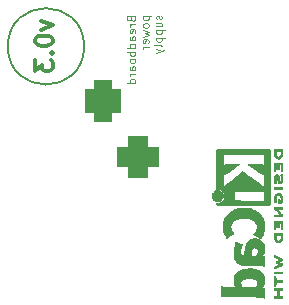
<source format=gbr>
%TF.GenerationSoftware,KiCad,Pcbnew,8.0.1*%
%TF.CreationDate,2024-03-28T07:48:49+11:00*%
%TF.ProjectId,Breadboard Power Supply,42726561-6462-46f6-9172-6420506f7765,rev?*%
%TF.SameCoordinates,Original*%
%TF.FileFunction,Legend,Bot*%
%TF.FilePolarity,Positive*%
%FSLAX46Y46*%
G04 Gerber Fmt 4.6, Leading zero omitted, Abs format (unit mm)*
G04 Created by KiCad (PCBNEW 8.0.1) date 2024-03-28 07:48:49*
%MOMM*%
%LPD*%
G01*
G04 APERTURE LIST*
G04 Aperture macros list*
%AMRoundRect*
0 Rectangle with rounded corners*
0 $1 Rounding radius*
0 $2 $3 $4 $5 $6 $7 $8 $9 X,Y pos of 4 corners*
0 Add a 4 corners polygon primitive as box body*
4,1,4,$2,$3,$4,$5,$6,$7,$8,$9,$2,$3,0*
0 Add four circle primitives for the rounded corners*
1,1,$1+$1,$2,$3*
1,1,$1+$1,$4,$5*
1,1,$1+$1,$6,$7*
1,1,$1+$1,$8,$9*
0 Add four rect primitives between the rounded corners*
20,1,$1+$1,$2,$3,$4,$5,0*
20,1,$1+$1,$4,$5,$6,$7,0*
20,1,$1+$1,$6,$7,$8,$9,0*
20,1,$1+$1,$8,$9,$2,$3,0*%
G04 Aperture macros list end*
%ADD10C,0.150000*%
%ADD11C,0.100000*%
%ADD12C,0.300000*%
%ADD13C,0.010000*%
%ADD14C,1.600000*%
%ADD15R,1.905000X2.000000*%
%ADD16O,1.905000X2.000000*%
%ADD17R,1.700000X1.700000*%
%ADD18O,1.700000X1.700000*%
%ADD19R,1.800000X1.800000*%
%ADD20C,1.800000*%
%ADD21C,1.400000*%
%ADD22O,1.400000X1.400000*%
%ADD23R,3.000000X3.000000*%
%ADD24C,3.000000*%
%ADD25C,2.082800*%
%ADD26R,3.500000X3.500000*%
%ADD27RoundRect,0.750000X-0.750000X-1.000000X0.750000X-1.000000X0.750000X1.000000X-0.750000X1.000000X0*%
%ADD28RoundRect,0.875000X-0.875000X-0.875000X0.875000X-0.875000X0.875000X0.875000X-0.875000X0.875000X0*%
G04 APERTURE END LIST*
D10*
X92386892Y-91694000D02*
G75*
G02*
X85921108Y-91694000I-3232892J0D01*
G01*
X85921108Y-91694000D02*
G75*
G02*
X92386892Y-91694000I3232892J0D01*
G01*
D11*
X96348544Y-89365789D02*
X96381878Y-89465789D01*
X96381878Y-89465789D02*
X96415211Y-89499122D01*
X96415211Y-89499122D02*
X96481878Y-89532455D01*
X96481878Y-89532455D02*
X96581878Y-89532455D01*
X96581878Y-89532455D02*
X96648544Y-89499122D01*
X96648544Y-89499122D02*
X96681878Y-89465789D01*
X96681878Y-89465789D02*
X96715211Y-89399122D01*
X96715211Y-89399122D02*
X96715211Y-89132455D01*
X96715211Y-89132455D02*
X96015211Y-89132455D01*
X96015211Y-89132455D02*
X96015211Y-89365789D01*
X96015211Y-89365789D02*
X96048544Y-89432455D01*
X96048544Y-89432455D02*
X96081878Y-89465789D01*
X96081878Y-89465789D02*
X96148544Y-89499122D01*
X96148544Y-89499122D02*
X96215211Y-89499122D01*
X96215211Y-89499122D02*
X96281878Y-89465789D01*
X96281878Y-89465789D02*
X96315211Y-89432455D01*
X96315211Y-89432455D02*
X96348544Y-89365789D01*
X96348544Y-89365789D02*
X96348544Y-89132455D01*
X96715211Y-89832455D02*
X96248544Y-89832455D01*
X96381878Y-89832455D02*
X96315211Y-89865789D01*
X96315211Y-89865789D02*
X96281878Y-89899122D01*
X96281878Y-89899122D02*
X96248544Y-89965789D01*
X96248544Y-89965789D02*
X96248544Y-90032455D01*
X96681878Y-90532455D02*
X96715211Y-90465788D01*
X96715211Y-90465788D02*
X96715211Y-90332455D01*
X96715211Y-90332455D02*
X96681878Y-90265788D01*
X96681878Y-90265788D02*
X96615211Y-90232455D01*
X96615211Y-90232455D02*
X96348544Y-90232455D01*
X96348544Y-90232455D02*
X96281878Y-90265788D01*
X96281878Y-90265788D02*
X96248544Y-90332455D01*
X96248544Y-90332455D02*
X96248544Y-90465788D01*
X96248544Y-90465788D02*
X96281878Y-90532455D01*
X96281878Y-90532455D02*
X96348544Y-90565788D01*
X96348544Y-90565788D02*
X96415211Y-90565788D01*
X96415211Y-90565788D02*
X96481878Y-90232455D01*
X96715211Y-91165788D02*
X96348544Y-91165788D01*
X96348544Y-91165788D02*
X96281878Y-91132455D01*
X96281878Y-91132455D02*
X96248544Y-91065788D01*
X96248544Y-91065788D02*
X96248544Y-90932455D01*
X96248544Y-90932455D02*
X96281878Y-90865788D01*
X96681878Y-91165788D02*
X96715211Y-91099122D01*
X96715211Y-91099122D02*
X96715211Y-90932455D01*
X96715211Y-90932455D02*
X96681878Y-90865788D01*
X96681878Y-90865788D02*
X96615211Y-90832455D01*
X96615211Y-90832455D02*
X96548544Y-90832455D01*
X96548544Y-90832455D02*
X96481878Y-90865788D01*
X96481878Y-90865788D02*
X96448544Y-90932455D01*
X96448544Y-90932455D02*
X96448544Y-91099122D01*
X96448544Y-91099122D02*
X96415211Y-91165788D01*
X96715211Y-91799121D02*
X96015211Y-91799121D01*
X96681878Y-91799121D02*
X96715211Y-91732455D01*
X96715211Y-91732455D02*
X96715211Y-91599121D01*
X96715211Y-91599121D02*
X96681878Y-91532455D01*
X96681878Y-91532455D02*
X96648544Y-91499121D01*
X96648544Y-91499121D02*
X96581878Y-91465788D01*
X96581878Y-91465788D02*
X96381878Y-91465788D01*
X96381878Y-91465788D02*
X96315211Y-91499121D01*
X96315211Y-91499121D02*
X96281878Y-91532455D01*
X96281878Y-91532455D02*
X96248544Y-91599121D01*
X96248544Y-91599121D02*
X96248544Y-91732455D01*
X96248544Y-91732455D02*
X96281878Y-91799121D01*
X96715211Y-92132454D02*
X96015211Y-92132454D01*
X96281878Y-92132454D02*
X96248544Y-92199121D01*
X96248544Y-92199121D02*
X96248544Y-92332454D01*
X96248544Y-92332454D02*
X96281878Y-92399121D01*
X96281878Y-92399121D02*
X96315211Y-92432454D01*
X96315211Y-92432454D02*
X96381878Y-92465788D01*
X96381878Y-92465788D02*
X96581878Y-92465788D01*
X96581878Y-92465788D02*
X96648544Y-92432454D01*
X96648544Y-92432454D02*
X96681878Y-92399121D01*
X96681878Y-92399121D02*
X96715211Y-92332454D01*
X96715211Y-92332454D02*
X96715211Y-92199121D01*
X96715211Y-92199121D02*
X96681878Y-92132454D01*
X96715211Y-92865787D02*
X96681878Y-92799121D01*
X96681878Y-92799121D02*
X96648544Y-92765787D01*
X96648544Y-92765787D02*
X96581878Y-92732454D01*
X96581878Y-92732454D02*
X96381878Y-92732454D01*
X96381878Y-92732454D02*
X96315211Y-92765787D01*
X96315211Y-92765787D02*
X96281878Y-92799121D01*
X96281878Y-92799121D02*
X96248544Y-92865787D01*
X96248544Y-92865787D02*
X96248544Y-92965787D01*
X96248544Y-92965787D02*
X96281878Y-93032454D01*
X96281878Y-93032454D02*
X96315211Y-93065787D01*
X96315211Y-93065787D02*
X96381878Y-93099121D01*
X96381878Y-93099121D02*
X96581878Y-93099121D01*
X96581878Y-93099121D02*
X96648544Y-93065787D01*
X96648544Y-93065787D02*
X96681878Y-93032454D01*
X96681878Y-93032454D02*
X96715211Y-92965787D01*
X96715211Y-92965787D02*
X96715211Y-92865787D01*
X96715211Y-93699120D02*
X96348544Y-93699120D01*
X96348544Y-93699120D02*
X96281878Y-93665787D01*
X96281878Y-93665787D02*
X96248544Y-93599120D01*
X96248544Y-93599120D02*
X96248544Y-93465787D01*
X96248544Y-93465787D02*
X96281878Y-93399120D01*
X96681878Y-93699120D02*
X96715211Y-93632454D01*
X96715211Y-93632454D02*
X96715211Y-93465787D01*
X96715211Y-93465787D02*
X96681878Y-93399120D01*
X96681878Y-93399120D02*
X96615211Y-93365787D01*
X96615211Y-93365787D02*
X96548544Y-93365787D01*
X96548544Y-93365787D02*
X96481878Y-93399120D01*
X96481878Y-93399120D02*
X96448544Y-93465787D01*
X96448544Y-93465787D02*
X96448544Y-93632454D01*
X96448544Y-93632454D02*
X96415211Y-93699120D01*
X96715211Y-94032453D02*
X96248544Y-94032453D01*
X96381878Y-94032453D02*
X96315211Y-94065787D01*
X96315211Y-94065787D02*
X96281878Y-94099120D01*
X96281878Y-94099120D02*
X96248544Y-94165787D01*
X96248544Y-94165787D02*
X96248544Y-94232453D01*
X96715211Y-94765786D02*
X96015211Y-94765786D01*
X96681878Y-94765786D02*
X96715211Y-94699120D01*
X96715211Y-94699120D02*
X96715211Y-94565786D01*
X96715211Y-94565786D02*
X96681878Y-94499120D01*
X96681878Y-94499120D02*
X96648544Y-94465786D01*
X96648544Y-94465786D02*
X96581878Y-94432453D01*
X96581878Y-94432453D02*
X96381878Y-94432453D01*
X96381878Y-94432453D02*
X96315211Y-94465786D01*
X96315211Y-94465786D02*
X96281878Y-94499120D01*
X96281878Y-94499120D02*
X96248544Y-94565786D01*
X96248544Y-94565786D02*
X96248544Y-94699120D01*
X96248544Y-94699120D02*
X96281878Y-94765786D01*
X97375505Y-89132455D02*
X98075505Y-89132455D01*
X97408839Y-89132455D02*
X97375505Y-89199122D01*
X97375505Y-89199122D02*
X97375505Y-89332455D01*
X97375505Y-89332455D02*
X97408839Y-89399122D01*
X97408839Y-89399122D02*
X97442172Y-89432455D01*
X97442172Y-89432455D02*
X97508839Y-89465789D01*
X97508839Y-89465789D02*
X97708839Y-89465789D01*
X97708839Y-89465789D02*
X97775505Y-89432455D01*
X97775505Y-89432455D02*
X97808839Y-89399122D01*
X97808839Y-89399122D02*
X97842172Y-89332455D01*
X97842172Y-89332455D02*
X97842172Y-89199122D01*
X97842172Y-89199122D02*
X97808839Y-89132455D01*
X97842172Y-89865788D02*
X97808839Y-89799122D01*
X97808839Y-89799122D02*
X97775505Y-89765788D01*
X97775505Y-89765788D02*
X97708839Y-89732455D01*
X97708839Y-89732455D02*
X97508839Y-89732455D01*
X97508839Y-89732455D02*
X97442172Y-89765788D01*
X97442172Y-89765788D02*
X97408839Y-89799122D01*
X97408839Y-89799122D02*
X97375505Y-89865788D01*
X97375505Y-89865788D02*
X97375505Y-89965788D01*
X97375505Y-89965788D02*
X97408839Y-90032455D01*
X97408839Y-90032455D02*
X97442172Y-90065788D01*
X97442172Y-90065788D02*
X97508839Y-90099122D01*
X97508839Y-90099122D02*
X97708839Y-90099122D01*
X97708839Y-90099122D02*
X97775505Y-90065788D01*
X97775505Y-90065788D02*
X97808839Y-90032455D01*
X97808839Y-90032455D02*
X97842172Y-89965788D01*
X97842172Y-89965788D02*
X97842172Y-89865788D01*
X97375505Y-90332455D02*
X97842172Y-90465788D01*
X97842172Y-90465788D02*
X97508839Y-90599121D01*
X97508839Y-90599121D02*
X97842172Y-90732455D01*
X97842172Y-90732455D02*
X97375505Y-90865788D01*
X97808839Y-91399121D02*
X97842172Y-91332454D01*
X97842172Y-91332454D02*
X97842172Y-91199121D01*
X97842172Y-91199121D02*
X97808839Y-91132454D01*
X97808839Y-91132454D02*
X97742172Y-91099121D01*
X97742172Y-91099121D02*
X97475505Y-91099121D01*
X97475505Y-91099121D02*
X97408839Y-91132454D01*
X97408839Y-91132454D02*
X97375505Y-91199121D01*
X97375505Y-91199121D02*
X97375505Y-91332454D01*
X97375505Y-91332454D02*
X97408839Y-91399121D01*
X97408839Y-91399121D02*
X97475505Y-91432454D01*
X97475505Y-91432454D02*
X97542172Y-91432454D01*
X97542172Y-91432454D02*
X97608839Y-91099121D01*
X97842172Y-91732454D02*
X97375505Y-91732454D01*
X97508839Y-91732454D02*
X97442172Y-91765788D01*
X97442172Y-91765788D02*
X97408839Y-91799121D01*
X97408839Y-91799121D02*
X97375505Y-91865788D01*
X97375505Y-91865788D02*
X97375505Y-91932454D01*
X98935800Y-89099122D02*
X98969133Y-89165789D01*
X98969133Y-89165789D02*
X98969133Y-89299122D01*
X98969133Y-89299122D02*
X98935800Y-89365789D01*
X98935800Y-89365789D02*
X98869133Y-89399122D01*
X98869133Y-89399122D02*
X98835800Y-89399122D01*
X98835800Y-89399122D02*
X98769133Y-89365789D01*
X98769133Y-89365789D02*
X98735800Y-89299122D01*
X98735800Y-89299122D02*
X98735800Y-89199122D01*
X98735800Y-89199122D02*
X98702466Y-89132455D01*
X98702466Y-89132455D02*
X98635800Y-89099122D01*
X98635800Y-89099122D02*
X98602466Y-89099122D01*
X98602466Y-89099122D02*
X98535800Y-89132455D01*
X98535800Y-89132455D02*
X98502466Y-89199122D01*
X98502466Y-89199122D02*
X98502466Y-89299122D01*
X98502466Y-89299122D02*
X98535800Y-89365789D01*
X98502466Y-89999122D02*
X98969133Y-89999122D01*
X98502466Y-89699122D02*
X98869133Y-89699122D01*
X98869133Y-89699122D02*
X98935800Y-89732456D01*
X98935800Y-89732456D02*
X98969133Y-89799122D01*
X98969133Y-89799122D02*
X98969133Y-89899122D01*
X98969133Y-89899122D02*
X98935800Y-89965789D01*
X98935800Y-89965789D02*
X98902466Y-89999122D01*
X98502466Y-90332455D02*
X99202466Y-90332455D01*
X98535800Y-90332455D02*
X98502466Y-90399122D01*
X98502466Y-90399122D02*
X98502466Y-90532455D01*
X98502466Y-90532455D02*
X98535800Y-90599122D01*
X98535800Y-90599122D02*
X98569133Y-90632455D01*
X98569133Y-90632455D02*
X98635800Y-90665789D01*
X98635800Y-90665789D02*
X98835800Y-90665789D01*
X98835800Y-90665789D02*
X98902466Y-90632455D01*
X98902466Y-90632455D02*
X98935800Y-90599122D01*
X98935800Y-90599122D02*
X98969133Y-90532455D01*
X98969133Y-90532455D02*
X98969133Y-90399122D01*
X98969133Y-90399122D02*
X98935800Y-90332455D01*
X98502466Y-90965788D02*
X99202466Y-90965788D01*
X98535800Y-90965788D02*
X98502466Y-91032455D01*
X98502466Y-91032455D02*
X98502466Y-91165788D01*
X98502466Y-91165788D02*
X98535800Y-91232455D01*
X98535800Y-91232455D02*
X98569133Y-91265788D01*
X98569133Y-91265788D02*
X98635800Y-91299122D01*
X98635800Y-91299122D02*
X98835800Y-91299122D01*
X98835800Y-91299122D02*
X98902466Y-91265788D01*
X98902466Y-91265788D02*
X98935800Y-91232455D01*
X98935800Y-91232455D02*
X98969133Y-91165788D01*
X98969133Y-91165788D02*
X98969133Y-91032455D01*
X98969133Y-91032455D02*
X98935800Y-90965788D01*
X98969133Y-91699121D02*
X98935800Y-91632455D01*
X98935800Y-91632455D02*
X98869133Y-91599121D01*
X98869133Y-91599121D02*
X98269133Y-91599121D01*
X98502466Y-91899122D02*
X98969133Y-92065788D01*
X98502466Y-92232455D02*
X98969133Y-92065788D01*
X98969133Y-92065788D02*
X99135800Y-91999122D01*
X99135800Y-91999122D02*
X99169133Y-91965788D01*
X99169133Y-91965788D02*
X99202466Y-91899122D01*
D12*
X88716828Y-89565653D02*
X89716828Y-89922796D01*
X89716828Y-89922796D02*
X88716828Y-90279939D01*
X88216828Y-91137082D02*
X88216828Y-91279939D01*
X88216828Y-91279939D02*
X88288257Y-91422796D01*
X88288257Y-91422796D02*
X88359685Y-91494225D01*
X88359685Y-91494225D02*
X88502542Y-91565653D01*
X88502542Y-91565653D02*
X88788257Y-91637082D01*
X88788257Y-91637082D02*
X89145400Y-91637082D01*
X89145400Y-91637082D02*
X89431114Y-91565653D01*
X89431114Y-91565653D02*
X89573971Y-91494225D01*
X89573971Y-91494225D02*
X89645400Y-91422796D01*
X89645400Y-91422796D02*
X89716828Y-91279939D01*
X89716828Y-91279939D02*
X89716828Y-91137082D01*
X89716828Y-91137082D02*
X89645400Y-90994225D01*
X89645400Y-90994225D02*
X89573971Y-90922796D01*
X89573971Y-90922796D02*
X89431114Y-90851367D01*
X89431114Y-90851367D02*
X89145400Y-90779939D01*
X89145400Y-90779939D02*
X88788257Y-90779939D01*
X88788257Y-90779939D02*
X88502542Y-90851367D01*
X88502542Y-90851367D02*
X88359685Y-90922796D01*
X88359685Y-90922796D02*
X88288257Y-90994225D01*
X88288257Y-90994225D02*
X88216828Y-91137082D01*
X89573971Y-92279938D02*
X89645400Y-92351367D01*
X89645400Y-92351367D02*
X89716828Y-92279938D01*
X89716828Y-92279938D02*
X89645400Y-92208510D01*
X89645400Y-92208510D02*
X89573971Y-92279938D01*
X89573971Y-92279938D02*
X89716828Y-92279938D01*
X88216828Y-92851367D02*
X88216828Y-93779939D01*
X88216828Y-93779939D02*
X88788257Y-93279939D01*
X88788257Y-93279939D02*
X88788257Y-93494224D01*
X88788257Y-93494224D02*
X88859685Y-93637082D01*
X88859685Y-93637082D02*
X88931114Y-93708510D01*
X88931114Y-93708510D02*
X89073971Y-93779939D01*
X89073971Y-93779939D02*
X89431114Y-93779939D01*
X89431114Y-93779939D02*
X89573971Y-93708510D01*
X89573971Y-93708510D02*
X89645400Y-93637082D01*
X89645400Y-93637082D02*
X89716828Y-93494224D01*
X89716828Y-93494224D02*
X89716828Y-93065653D01*
X89716828Y-93065653D02*
X89645400Y-92922796D01*
X89645400Y-92922796D02*
X89573971Y-92851367D01*
D13*
%TO.C,REF\u002A\u002A*%
X109153264Y-110798873D02*
X109170739Y-110830233D01*
X109171575Y-110866034D01*
X109151082Y-110897472D01*
X109146416Y-110901348D01*
X109136949Y-110906814D01*
X109123267Y-110911021D01*
X109102748Y-110914133D01*
X109072768Y-110916313D01*
X109030704Y-110917724D01*
X108973932Y-110918529D01*
X108899830Y-110918893D01*
X108805773Y-110918978D01*
X108484227Y-110918978D01*
X108462647Y-110892327D01*
X108447877Y-110868614D01*
X108441067Y-110845600D01*
X108446949Y-110824594D01*
X108462647Y-110798873D01*
X108484227Y-110772222D01*
X109131684Y-110772222D01*
X109153264Y-110798873D01*
G36*
X109153264Y-110798873D02*
G01*
X109170739Y-110830233D01*
X109171575Y-110866034D01*
X109151082Y-110897472D01*
X109146416Y-110901348D01*
X109136949Y-110906814D01*
X109123267Y-110911021D01*
X109102748Y-110914133D01*
X109072768Y-110916313D01*
X109030704Y-110917724D01*
X108973932Y-110918529D01*
X108899830Y-110918893D01*
X108805773Y-110918978D01*
X108484227Y-110918978D01*
X108462647Y-110892327D01*
X108447877Y-110868614D01*
X108441067Y-110845600D01*
X108446949Y-110824594D01*
X108462647Y-110798873D01*
X108484227Y-110772222D01*
X109131684Y-110772222D01*
X109153264Y-110798873D01*
G37*
X108893567Y-103632041D02*
X108967789Y-103632299D01*
X109024541Y-103632970D01*
X109066512Y-103634248D01*
X109096389Y-103636327D01*
X109116861Y-103639401D01*
X109130614Y-103643666D01*
X109140337Y-103649316D01*
X109148717Y-103656545D01*
X109170181Y-103688009D01*
X109171947Y-103723174D01*
X109152267Y-103756178D01*
X109146398Y-103761484D01*
X109137314Y-103766934D01*
X109123973Y-103771100D01*
X109103757Y-103774154D01*
X109074049Y-103776268D01*
X109032232Y-103777614D01*
X108975689Y-103778362D01*
X108901802Y-103778686D01*
X108807956Y-103778755D01*
X108732294Y-103778716D01*
X108654385Y-103778461D01*
X108594375Y-103777817D01*
X108549648Y-103776613D01*
X108517585Y-103774676D01*
X108495571Y-103771836D01*
X108480987Y-103767921D01*
X108471218Y-103762758D01*
X108463645Y-103756178D01*
X108444623Y-103726994D01*
X108445463Y-103693863D01*
X108468776Y-103659709D01*
X108496485Y-103632000D01*
X108809537Y-103632000D01*
X108893567Y-103632041D01*
G36*
X108893567Y-103632041D02*
G01*
X108967789Y-103632299D01*
X109024541Y-103632970D01*
X109066512Y-103634248D01*
X109096389Y-103636327D01*
X109116861Y-103639401D01*
X109130614Y-103643666D01*
X109140337Y-103649316D01*
X109148717Y-103656545D01*
X109170181Y-103688009D01*
X109171947Y-103723174D01*
X109152267Y-103756178D01*
X109146398Y-103761484D01*
X109137314Y-103766934D01*
X109123973Y-103771100D01*
X109103757Y-103774154D01*
X109074049Y-103776268D01*
X109032232Y-103777614D01*
X108975689Y-103778362D01*
X108901802Y-103778686D01*
X108807956Y-103778755D01*
X108732294Y-103778716D01*
X108654385Y-103778461D01*
X108594375Y-103777817D01*
X108549648Y-103776613D01*
X108517585Y-103774676D01*
X108495571Y-103771836D01*
X108480987Y-103767921D01*
X108471218Y-103762758D01*
X108463645Y-103756178D01*
X108444623Y-103726994D01*
X108445463Y-103693863D01*
X108468776Y-103659709D01*
X108496485Y-103632000D01*
X108809537Y-103632000D01*
X108893567Y-103632041D01*
G37*
X103706307Y-103875331D02*
X103747450Y-103877540D01*
X103779582Y-103883106D01*
X103810122Y-103893414D01*
X103846489Y-103909852D01*
X103873728Y-103923800D01*
X103959429Y-103982335D01*
X104028617Y-104054381D01*
X104079741Y-104138053D01*
X104111250Y-104231469D01*
X104118225Y-104264566D01*
X104125094Y-104305040D01*
X104126919Y-104338001D01*
X104123947Y-104372302D01*
X104116426Y-104416800D01*
X104104002Y-104468066D01*
X104066112Y-104558566D01*
X104011836Y-104637655D01*
X103943770Y-104703472D01*
X103864511Y-104754160D01*
X103776654Y-104787860D01*
X103682795Y-104802714D01*
X103585530Y-104796864D01*
X103489220Y-104770601D01*
X103400494Y-104725582D01*
X103325419Y-104664627D01*
X103265641Y-104589816D01*
X103222809Y-104503232D01*
X103198571Y-104406957D01*
X103194576Y-104303072D01*
X103204850Y-104225438D01*
X103232053Y-104142687D01*
X103277484Y-104067594D01*
X103343302Y-103995702D01*
X103387567Y-103957154D01*
X103445961Y-103917744D01*
X103506586Y-103892554D01*
X103575865Y-103879139D01*
X103660222Y-103875052D01*
X103706307Y-103875331D01*
G36*
X103706307Y-103875331D02*
G01*
X103747450Y-103877540D01*
X103779582Y-103883106D01*
X103810122Y-103893414D01*
X103846489Y-103909852D01*
X103873728Y-103923800D01*
X103959429Y-103982335D01*
X104028617Y-104054381D01*
X104079741Y-104138053D01*
X104111250Y-104231469D01*
X104118225Y-104264566D01*
X104125094Y-104305040D01*
X104126919Y-104338001D01*
X104123947Y-104372302D01*
X104116426Y-104416800D01*
X104104002Y-104468066D01*
X104066112Y-104558566D01*
X104011836Y-104637655D01*
X103943770Y-104703472D01*
X103864511Y-104754160D01*
X103776654Y-104787860D01*
X103682795Y-104802714D01*
X103585530Y-104796864D01*
X103489220Y-104770601D01*
X103400494Y-104725582D01*
X103325419Y-104664627D01*
X103265641Y-104589816D01*
X103222809Y-104503232D01*
X103198571Y-104406957D01*
X103194576Y-104303072D01*
X103204850Y-104225438D01*
X103232053Y-104142687D01*
X103277484Y-104067594D01*
X103343302Y-103995702D01*
X103387567Y-103957154D01*
X103445961Y-103917744D01*
X103506586Y-103892554D01*
X103575865Y-103879139D01*
X103660222Y-103875052D01*
X103706307Y-103875331D01*
G37*
X108567178Y-111169083D02*
X108568631Y-111170443D01*
X108576992Y-111181646D01*
X108582547Y-111198748D01*
X108585840Y-111225918D01*
X108587418Y-111267322D01*
X108587822Y-111327127D01*
X108587822Y-111466489D01*
X108851589Y-111466489D01*
X108927417Y-111466564D01*
X108994083Y-111466972D01*
X109043867Y-111467954D01*
X109079784Y-111469750D01*
X109104850Y-111472601D01*
X109122081Y-111476747D01*
X109134492Y-111482429D01*
X109145100Y-111489886D01*
X109147906Y-111492176D01*
X109170548Y-111523354D01*
X109172112Y-111557734D01*
X109152267Y-111590666D01*
X109144191Y-111597645D01*
X109133593Y-111603117D01*
X109117749Y-111607137D01*
X109093773Y-111609928D01*
X109058774Y-111611712D01*
X109009864Y-111612711D01*
X108944154Y-111613148D01*
X108858756Y-111613244D01*
X108587822Y-111613244D01*
X108587822Y-111759180D01*
X108587821Y-111770280D01*
X108587596Y-111826798D01*
X108586457Y-111865642D01*
X108583657Y-111891035D01*
X108578450Y-111907196D01*
X108570089Y-111918348D01*
X108557826Y-111928711D01*
X108527138Y-111944559D01*
X108493358Y-111941457D01*
X108460822Y-111915813D01*
X108457105Y-111910871D01*
X108452269Y-111900662D01*
X108448506Y-111885236D01*
X108445683Y-111862114D01*
X108443670Y-111828817D01*
X108442333Y-111782863D01*
X108441542Y-111721772D01*
X108441163Y-111643065D01*
X108441067Y-111544260D01*
X108441068Y-111524233D01*
X108441158Y-111430110D01*
X108441498Y-111355595D01*
X108442239Y-111298189D01*
X108443535Y-111255389D01*
X108445537Y-111224696D01*
X108448396Y-111203609D01*
X108452266Y-111189627D01*
X108457298Y-111180250D01*
X108463645Y-111172978D01*
X108496362Y-111154172D01*
X108533939Y-111152725D01*
X108567178Y-111169083D01*
G36*
X108567178Y-111169083D02*
G01*
X108568631Y-111170443D01*
X108576992Y-111181646D01*
X108582547Y-111198748D01*
X108585840Y-111225918D01*
X108587418Y-111267322D01*
X108587822Y-111327127D01*
X108587822Y-111466489D01*
X108851589Y-111466489D01*
X108927417Y-111466564D01*
X108994083Y-111466972D01*
X109043867Y-111467954D01*
X109079784Y-111469750D01*
X109104850Y-111472601D01*
X109122081Y-111476747D01*
X109134492Y-111482429D01*
X109145100Y-111489886D01*
X109147906Y-111492176D01*
X109170548Y-111523354D01*
X109172112Y-111557734D01*
X109152267Y-111590666D01*
X109144191Y-111597645D01*
X109133593Y-111603117D01*
X109117749Y-111607137D01*
X109093773Y-111609928D01*
X109058774Y-111611712D01*
X109009864Y-111612711D01*
X108944154Y-111613148D01*
X108858756Y-111613244D01*
X108587822Y-111613244D01*
X108587822Y-111759180D01*
X108587821Y-111770280D01*
X108587596Y-111826798D01*
X108586457Y-111865642D01*
X108583657Y-111891035D01*
X108578450Y-111907196D01*
X108570089Y-111918348D01*
X108557826Y-111928711D01*
X108527138Y-111944559D01*
X108493358Y-111941457D01*
X108460822Y-111915813D01*
X108457105Y-111910871D01*
X108452269Y-111900662D01*
X108448506Y-111885236D01*
X108445683Y-111862114D01*
X108443670Y-111828817D01*
X108442333Y-111782863D01*
X108441542Y-111721772D01*
X108441163Y-111643065D01*
X108441067Y-111544260D01*
X108441068Y-111524233D01*
X108441158Y-111430110D01*
X108441498Y-111355595D01*
X108442239Y-111298189D01*
X108443535Y-111255389D01*
X108445537Y-111224696D01*
X108448396Y-111203609D01*
X108452266Y-111189627D01*
X108457298Y-111180250D01*
X108463645Y-111172978D01*
X108496362Y-111154172D01*
X108533939Y-111152725D01*
X108567178Y-111169083D01*
G37*
X108849631Y-112176891D02*
X108966000Y-112177375D01*
X108980175Y-112177443D01*
X109041937Y-112178029D01*
X109085620Y-112179352D01*
X109115001Y-112181897D01*
X109133855Y-112186152D01*
X109145959Y-112192604D01*
X109155089Y-112201738D01*
X109172506Y-112235196D01*
X109169604Y-112270144D01*
X109145100Y-112301047D01*
X109131897Y-112310056D01*
X109113361Y-112317508D01*
X109087333Y-112321876D01*
X109048787Y-112323931D01*
X108992700Y-112324444D01*
X108870045Y-112324444D01*
X108870045Y-112821155D01*
X109004871Y-112821155D01*
X109040662Y-112821228D01*
X109086992Y-112821991D01*
X109117526Y-112824167D01*
X109136557Y-112828464D01*
X109148374Y-112835588D01*
X109157271Y-112846245D01*
X109172341Y-112878496D01*
X109169673Y-112913783D01*
X109145100Y-112944514D01*
X109138845Y-112949169D01*
X109128321Y-112955105D01*
X109114391Y-112959636D01*
X109094317Y-112962952D01*
X109065360Y-112965241D01*
X109024780Y-112966692D01*
X108969840Y-112967495D01*
X108897799Y-112967838D01*
X108805920Y-112967911D01*
X108496485Y-112967911D01*
X108468776Y-112940202D01*
X108446533Y-112908823D01*
X108443844Y-112875594D01*
X108463645Y-112843733D01*
X108473415Y-112835447D01*
X108489307Y-112828035D01*
X108513275Y-112823698D01*
X108550148Y-112821662D01*
X108604756Y-112821155D01*
X108723289Y-112821155D01*
X108723289Y-112324444D01*
X108607776Y-112324444D01*
X108556078Y-112324006D01*
X108521554Y-112322042D01*
X108498978Y-112317526D01*
X108483126Y-112309433D01*
X108468776Y-112296735D01*
X108446533Y-112265357D01*
X108443844Y-112232128D01*
X108463645Y-112200266D01*
X108469835Y-112194634D01*
X108478041Y-112189544D01*
X108489817Y-112185457D01*
X108507276Y-112182279D01*
X108532530Y-112179913D01*
X108567690Y-112178262D01*
X108614869Y-112177231D01*
X108676177Y-112176723D01*
X108753727Y-112176641D01*
X108849631Y-112176891D01*
G36*
X108849631Y-112176891D02*
G01*
X108966000Y-112177375D01*
X108980175Y-112177443D01*
X109041937Y-112178029D01*
X109085620Y-112179352D01*
X109115001Y-112181897D01*
X109133855Y-112186152D01*
X109145959Y-112192604D01*
X109155089Y-112201738D01*
X109172506Y-112235196D01*
X109169604Y-112270144D01*
X109145100Y-112301047D01*
X109131897Y-112310056D01*
X109113361Y-112317508D01*
X109087333Y-112321876D01*
X109048787Y-112323931D01*
X108992700Y-112324444D01*
X108870045Y-112324444D01*
X108870045Y-112821155D01*
X109004871Y-112821155D01*
X109040662Y-112821228D01*
X109086992Y-112821991D01*
X109117526Y-112824167D01*
X109136557Y-112828464D01*
X109148374Y-112835588D01*
X109157271Y-112846245D01*
X109172341Y-112878496D01*
X109169673Y-112913783D01*
X109145100Y-112944514D01*
X109138845Y-112949169D01*
X109128321Y-112955105D01*
X109114391Y-112959636D01*
X109094317Y-112962952D01*
X109065360Y-112965241D01*
X109024780Y-112966692D01*
X108969840Y-112967495D01*
X108897799Y-112967838D01*
X108805920Y-112967911D01*
X108496485Y-112967911D01*
X108468776Y-112940202D01*
X108446533Y-112908823D01*
X108443844Y-112875594D01*
X108463645Y-112843733D01*
X108473415Y-112835447D01*
X108489307Y-112828035D01*
X108513275Y-112823698D01*
X108550148Y-112821662D01*
X108604756Y-112821155D01*
X108723289Y-112821155D01*
X108723289Y-112324444D01*
X108607776Y-112324444D01*
X108556078Y-112324006D01*
X108521554Y-112322042D01*
X108498978Y-112317526D01*
X108483126Y-112309433D01*
X108468776Y-112296735D01*
X108446533Y-112265357D01*
X108443844Y-112232128D01*
X108463645Y-112200266D01*
X108469835Y-112194634D01*
X108478041Y-112189544D01*
X108489817Y-112185457D01*
X108507276Y-112182279D01*
X108532530Y-112179913D01*
X108567690Y-112178262D01*
X108614869Y-112177231D01*
X108676177Y-112176723D01*
X108753727Y-112176641D01*
X108849631Y-112176891D01*
G37*
X108867526Y-107492825D02*
X108946311Y-107493050D01*
X109007021Y-107493668D01*
X109028089Y-107494225D01*
X109052396Y-107494867D01*
X109085175Y-107496837D01*
X109108095Y-107499765D01*
X109123897Y-107503842D01*
X109135319Y-107509257D01*
X109145100Y-107516197D01*
X109174845Y-107539594D01*
X109174251Y-107705286D01*
X109173953Y-107740082D01*
X109170522Y-107838565D01*
X109162839Y-107919527D01*
X109150282Y-107986621D01*
X109132227Y-108043504D01*
X109108052Y-108093831D01*
X109106135Y-108097190D01*
X109069417Y-108155002D01*
X109032451Y-108197356D01*
X108988966Y-108230172D01*
X108932689Y-108259372D01*
X108923073Y-108263654D01*
X108859887Y-108286231D01*
X108804509Y-108293203D01*
X108749483Y-108284601D01*
X108687351Y-108260459D01*
X108685658Y-108259663D01*
X108616236Y-108219212D01*
X108559638Y-108168527D01*
X108515070Y-108105802D01*
X108481741Y-108029226D01*
X108458861Y-107936991D01*
X108445636Y-107827288D01*
X108441275Y-107698309D01*
X108441270Y-107694737D01*
X108441372Y-107650844D01*
X108587822Y-107650844D01*
X108588270Y-107738333D01*
X108590746Y-107805253D01*
X108601998Y-107897651D01*
X108621537Y-107976966D01*
X108648511Y-108038940D01*
X108669240Y-108069880D01*
X108699006Y-108098000D01*
X108741434Y-108121340D01*
X108757400Y-108128467D01*
X108789902Y-108140291D01*
X108814333Y-108142721D01*
X108839061Y-108137108D01*
X108854939Y-108131382D01*
X108914847Y-108098452D01*
X108960600Y-108051114D01*
X108993736Y-107987348D01*
X109015790Y-107905139D01*
X109016292Y-107902345D01*
X109022255Y-107856060D01*
X109026483Y-107799664D01*
X109028089Y-107744726D01*
X109028089Y-107650844D01*
X108587822Y-107650844D01*
X108441372Y-107650844D01*
X108441410Y-107634717D01*
X108442446Y-107592786D01*
X108445040Y-107564672D01*
X108449853Y-107546103D01*
X108457544Y-107532806D01*
X108468776Y-107520509D01*
X108496485Y-107492800D01*
X108805920Y-107492800D01*
X108867526Y-107492825D01*
G36*
X108867526Y-107492825D02*
G01*
X108946311Y-107493050D01*
X109007021Y-107493668D01*
X109028089Y-107494225D01*
X109052396Y-107494867D01*
X109085175Y-107496837D01*
X109108095Y-107499765D01*
X109123897Y-107503842D01*
X109135319Y-107509257D01*
X109145100Y-107516197D01*
X109174845Y-107539594D01*
X109174251Y-107705286D01*
X109173953Y-107740082D01*
X109170522Y-107838565D01*
X109162839Y-107919527D01*
X109150282Y-107986621D01*
X109132227Y-108043504D01*
X109108052Y-108093831D01*
X109106135Y-108097190D01*
X109069417Y-108155002D01*
X109032451Y-108197356D01*
X108988966Y-108230172D01*
X108932689Y-108259372D01*
X108923073Y-108263654D01*
X108859887Y-108286231D01*
X108804509Y-108293203D01*
X108749483Y-108284601D01*
X108687351Y-108260459D01*
X108685658Y-108259663D01*
X108616236Y-108219212D01*
X108559638Y-108168527D01*
X108515070Y-108105802D01*
X108481741Y-108029226D01*
X108458861Y-107936991D01*
X108445636Y-107827288D01*
X108441275Y-107698309D01*
X108441270Y-107694737D01*
X108441372Y-107650844D01*
X108587822Y-107650844D01*
X108588270Y-107738333D01*
X108590746Y-107805253D01*
X108601998Y-107897651D01*
X108621537Y-107976966D01*
X108648511Y-108038940D01*
X108669240Y-108069880D01*
X108699006Y-108098000D01*
X108741434Y-108121340D01*
X108757400Y-108128467D01*
X108789902Y-108140291D01*
X108814333Y-108142721D01*
X108839061Y-108137108D01*
X108854939Y-108131382D01*
X108914847Y-108098452D01*
X108960600Y-108051114D01*
X108993736Y-107987348D01*
X109015790Y-107905139D01*
X109016292Y-107902345D01*
X109022255Y-107856060D01*
X109026483Y-107799664D01*
X109028089Y-107744726D01*
X109028089Y-107650844D01*
X108587822Y-107650844D01*
X108441372Y-107650844D01*
X108441410Y-107634717D01*
X108442446Y-107592786D01*
X108445040Y-107564672D01*
X108449853Y-107546103D01*
X108457544Y-107532806D01*
X108468776Y-107520509D01*
X108496485Y-107492800D01*
X108805920Y-107492800D01*
X108867526Y-107492825D01*
G37*
X108807956Y-100403378D02*
X108883617Y-100403417D01*
X108961526Y-100403672D01*
X109021536Y-100404316D01*
X109066264Y-100405520D01*
X109098326Y-100407457D01*
X109120340Y-100410297D01*
X109134924Y-100414212D01*
X109144694Y-100419374D01*
X109152267Y-100425955D01*
X109158501Y-100432923D01*
X109165801Y-100445921D01*
X109170554Y-100465069D01*
X109173292Y-100494472D01*
X109174545Y-100538238D01*
X109174845Y-100600472D01*
X109174469Y-100649418D01*
X109170041Y-100756278D01*
X109159953Y-100845506D01*
X109143365Y-100920304D01*
X109119435Y-100983875D01*
X109087321Y-101039421D01*
X109046182Y-101090146D01*
X109040330Y-101096134D01*
X108991821Y-101133001D01*
X108931013Y-101164101D01*
X108866769Y-101185583D01*
X108807956Y-101193600D01*
X108786739Y-101192321D01*
X108729323Y-101180009D01*
X108669413Y-101157480D01*
X108615363Y-101128250D01*
X108575532Y-101095833D01*
X108558510Y-101076292D01*
X108519322Y-101021580D01*
X108489193Y-100961277D01*
X108467232Y-100892081D01*
X108452550Y-100810689D01*
X108444259Y-100713800D01*
X108442148Y-100626333D01*
X108587808Y-100626333D01*
X108587817Y-100629361D01*
X108589782Y-100680481D01*
X108594507Y-100740584D01*
X108601035Y-100797292D01*
X108610331Y-100847250D01*
X108636600Y-100922002D01*
X108675899Y-100979511D01*
X108728933Y-101021012D01*
X108780200Y-101042229D01*
X108828026Y-101043647D01*
X108878961Y-101025365D01*
X108924878Y-100995695D01*
X108967287Y-100948998D01*
X108997090Y-100887608D01*
X109016226Y-100808462D01*
X109016464Y-100806972D01*
X109022256Y-100758001D01*
X109026396Y-100699307D01*
X109028004Y-100643266D01*
X109028089Y-100550133D01*
X108587822Y-100550133D01*
X108587808Y-100626333D01*
X108442148Y-100626333D01*
X108441467Y-100598111D01*
X108441066Y-100558629D01*
X108440653Y-100512918D01*
X108442457Y-100477117D01*
X108448739Y-100450026D01*
X108461759Y-100430444D01*
X108483778Y-100417170D01*
X108517055Y-100409002D01*
X108563851Y-100404740D01*
X108587822Y-100404143D01*
X108626427Y-100403183D01*
X108707041Y-100403130D01*
X108807956Y-100403378D01*
G36*
X108807956Y-100403378D02*
G01*
X108883617Y-100403417D01*
X108961526Y-100403672D01*
X109021536Y-100404316D01*
X109066264Y-100405520D01*
X109098326Y-100407457D01*
X109120340Y-100410297D01*
X109134924Y-100414212D01*
X109144694Y-100419374D01*
X109152267Y-100425955D01*
X109158501Y-100432923D01*
X109165801Y-100445921D01*
X109170554Y-100465069D01*
X109173292Y-100494472D01*
X109174545Y-100538238D01*
X109174845Y-100600472D01*
X109174469Y-100649418D01*
X109170041Y-100756278D01*
X109159953Y-100845506D01*
X109143365Y-100920304D01*
X109119435Y-100983875D01*
X109087321Y-101039421D01*
X109046182Y-101090146D01*
X109040330Y-101096134D01*
X108991821Y-101133001D01*
X108931013Y-101164101D01*
X108866769Y-101185583D01*
X108807956Y-101193600D01*
X108786739Y-101192321D01*
X108729323Y-101180009D01*
X108669413Y-101157480D01*
X108615363Y-101128250D01*
X108575532Y-101095833D01*
X108558510Y-101076292D01*
X108519322Y-101021580D01*
X108489193Y-100961277D01*
X108467232Y-100892081D01*
X108452550Y-100810689D01*
X108444259Y-100713800D01*
X108442148Y-100626333D01*
X108587808Y-100626333D01*
X108587817Y-100629361D01*
X108589782Y-100680481D01*
X108594507Y-100740584D01*
X108601035Y-100797292D01*
X108610331Y-100847250D01*
X108636600Y-100922002D01*
X108675899Y-100979511D01*
X108728933Y-101021012D01*
X108780200Y-101042229D01*
X108828026Y-101043647D01*
X108878961Y-101025365D01*
X108924878Y-100995695D01*
X108967287Y-100948998D01*
X108997090Y-100887608D01*
X109016226Y-100808462D01*
X109016464Y-100806972D01*
X109022256Y-100758001D01*
X109026396Y-100699307D01*
X109028004Y-100643266D01*
X109028089Y-100550133D01*
X108587822Y-100550133D01*
X108587808Y-100626333D01*
X108442148Y-100626333D01*
X108441467Y-100598111D01*
X108441066Y-100558629D01*
X108440653Y-100512918D01*
X108442457Y-100477117D01*
X108448739Y-100450026D01*
X108461759Y-100430444D01*
X108483778Y-100417170D01*
X108517055Y-100409002D01*
X108563851Y-100404740D01*
X108587822Y-100404143D01*
X108626427Y-100403183D01*
X108707041Y-100403130D01*
X108807956Y-100403378D01*
G37*
X108866486Y-105291489D02*
X108945573Y-105291708D01*
X109006516Y-105292317D01*
X109052062Y-105293508D01*
X109084963Y-105295471D01*
X109107968Y-105298397D01*
X109123826Y-105302477D01*
X109135286Y-105307903D01*
X109145100Y-105314864D01*
X109169493Y-105345292D01*
X109172372Y-105380235D01*
X109153282Y-105417216D01*
X109149807Y-105421400D01*
X109141279Y-105429576D01*
X109129728Y-105435636D01*
X109111896Y-105440019D01*
X109084524Y-105443161D01*
X109044354Y-105445498D01*
X108988128Y-105447469D01*
X108912589Y-105449511D01*
X108693458Y-105455155D01*
X108934099Y-105720444D01*
X109000875Y-105794278D01*
X109058991Y-105859458D01*
X109103949Y-105911652D01*
X109136871Y-105952727D01*
X109158879Y-105984545D01*
X109171094Y-106008974D01*
X109174639Y-106027876D01*
X109170636Y-106043117D01*
X109160207Y-106056561D01*
X109144474Y-106070073D01*
X109135991Y-106076318D01*
X109125413Y-106081950D01*
X109111255Y-106086161D01*
X109090803Y-106089113D01*
X109061342Y-106090968D01*
X109020161Y-106091887D01*
X108964544Y-106092032D01*
X108891779Y-106091565D01*
X108799151Y-106090648D01*
X108484199Y-106087333D01*
X108462633Y-106060682D01*
X108446441Y-106034617D01*
X108443670Y-106001759D01*
X108462623Y-105967228D01*
X108466208Y-105962916D01*
X108474737Y-105954784D01*
X108486329Y-105948755D01*
X108504235Y-105944394D01*
X108531706Y-105941266D01*
X108571994Y-105938937D01*
X108628351Y-105936971D01*
X108704029Y-105934933D01*
X108923878Y-105929289D01*
X108760084Y-105748666D01*
X108681451Y-105661928D01*
X108613058Y-105586157D01*
X108557708Y-105524020D01*
X108514338Y-105473922D01*
X108481881Y-105434265D01*
X108459273Y-105403452D01*
X108445448Y-105379886D01*
X108439343Y-105361970D01*
X108439892Y-105348107D01*
X108446029Y-105336699D01*
X108456691Y-105326150D01*
X108470811Y-105314864D01*
X108476772Y-105310411D01*
X108487268Y-105304412D01*
X108501093Y-105299833D01*
X108520998Y-105296481D01*
X108549732Y-105294167D01*
X108590045Y-105292699D01*
X108644687Y-105291887D01*
X108716407Y-105291540D01*
X108807956Y-105291466D01*
X108866486Y-105291489D01*
G36*
X108866486Y-105291489D02*
G01*
X108945573Y-105291708D01*
X109006516Y-105292317D01*
X109052062Y-105293508D01*
X109084963Y-105295471D01*
X109107968Y-105298397D01*
X109123826Y-105302477D01*
X109135286Y-105307903D01*
X109145100Y-105314864D01*
X109169493Y-105345292D01*
X109172372Y-105380235D01*
X109153282Y-105417216D01*
X109149807Y-105421400D01*
X109141279Y-105429576D01*
X109129728Y-105435636D01*
X109111896Y-105440019D01*
X109084524Y-105443161D01*
X109044354Y-105445498D01*
X108988128Y-105447469D01*
X108912589Y-105449511D01*
X108693458Y-105455155D01*
X108934099Y-105720444D01*
X109000875Y-105794278D01*
X109058991Y-105859458D01*
X109103949Y-105911652D01*
X109136871Y-105952727D01*
X109158879Y-105984545D01*
X109171094Y-106008974D01*
X109174639Y-106027876D01*
X109170636Y-106043117D01*
X109160207Y-106056561D01*
X109144474Y-106070073D01*
X109135991Y-106076318D01*
X109125413Y-106081950D01*
X109111255Y-106086161D01*
X109090803Y-106089113D01*
X109061342Y-106090968D01*
X109020161Y-106091887D01*
X108964544Y-106092032D01*
X108891779Y-106091565D01*
X108799151Y-106090648D01*
X108484199Y-106087333D01*
X108462633Y-106060682D01*
X108446441Y-106034617D01*
X108443670Y-106001759D01*
X108462623Y-105967228D01*
X108466208Y-105962916D01*
X108474737Y-105954784D01*
X108486329Y-105948755D01*
X108504235Y-105944394D01*
X108531706Y-105941266D01*
X108571994Y-105938937D01*
X108628351Y-105936971D01*
X108704029Y-105934933D01*
X108923878Y-105929289D01*
X108760084Y-105748666D01*
X108681451Y-105661928D01*
X108613058Y-105586157D01*
X108557708Y-105524020D01*
X108514338Y-105473922D01*
X108481881Y-105434265D01*
X108459273Y-105403452D01*
X108445448Y-105379886D01*
X108439343Y-105361970D01*
X108439892Y-105348107D01*
X108446029Y-105336699D01*
X108456691Y-105326150D01*
X108470811Y-105314864D01*
X108476772Y-105310411D01*
X108487268Y-105304412D01*
X108501093Y-105299833D01*
X108520998Y-105296481D01*
X108549732Y-105294167D01*
X108590045Y-105292699D01*
X108644687Y-105291887D01*
X108716407Y-105291540D01*
X108807956Y-105291466D01*
X108866486Y-105291489D01*
G37*
X108826259Y-104107702D02*
X108877592Y-104120643D01*
X108934118Y-104143806D01*
X108988035Y-104173698D01*
X109031539Y-104206827D01*
X109041887Y-104217023D01*
X109093662Y-104284108D01*
X109133554Y-104364234D01*
X109157956Y-104450444D01*
X109166068Y-104505408D01*
X109172673Y-104598861D01*
X109170586Y-104688642D01*
X109160340Y-104771131D01*
X109142470Y-104842714D01*
X109117508Y-104899772D01*
X109085988Y-104938689D01*
X109084012Y-104940064D01*
X109058786Y-104947152D01*
X109011535Y-104951391D01*
X108942071Y-104952800D01*
X108879838Y-104951940D01*
X108832456Y-104947220D01*
X108800353Y-104935530D01*
X108780800Y-104913761D01*
X108771070Y-104878802D01*
X108768433Y-104827544D01*
X108770161Y-104756877D01*
X108773173Y-104708257D01*
X108781366Y-104658061D01*
X108795419Y-104625567D01*
X108816654Y-104608108D01*
X108846394Y-104603017D01*
X108850936Y-104603123D01*
X108885730Y-104611825D01*
X108909147Y-104635835D01*
X108922347Y-104677100D01*
X108926489Y-104737569D01*
X108926489Y-104806044D01*
X108964841Y-104806044D01*
X108973976Y-104805994D01*
X108991227Y-104803773D01*
X109001521Y-104794506D01*
X109008459Y-104773125D01*
X109015641Y-104734564D01*
X109016575Y-104729090D01*
X109026478Y-104632140D01*
X109023559Y-104542148D01*
X109008829Y-104461240D01*
X108983299Y-104391541D01*
X108947978Y-104335176D01*
X108903879Y-104294271D01*
X108852012Y-104270949D01*
X108793388Y-104267337D01*
X108764494Y-104272855D01*
X108708604Y-104299539D01*
X108662945Y-104345727D01*
X108628108Y-104410709D01*
X108604690Y-104493771D01*
X108600241Y-104518445D01*
X108589742Y-104607774D01*
X108590971Y-104687581D01*
X108603906Y-104765674D01*
X108610696Y-104800817D01*
X108611713Y-104846255D01*
X108599182Y-104877570D01*
X108572395Y-104897723D01*
X108544148Y-104904107D01*
X108512924Y-104894621D01*
X108499499Y-104885292D01*
X108475967Y-104851057D01*
X108458095Y-104798435D01*
X108446599Y-104729919D01*
X108442192Y-104648000D01*
X108446179Y-104550850D01*
X108462494Y-104444843D01*
X108490545Y-104351031D01*
X108529452Y-104272235D01*
X108578334Y-104211281D01*
X108611195Y-104185211D01*
X108660394Y-104155703D01*
X108714252Y-104130432D01*
X108765419Y-104112782D01*
X108806544Y-104106142D01*
X108826259Y-104107702D01*
G36*
X108826259Y-104107702D02*
G01*
X108877592Y-104120643D01*
X108934118Y-104143806D01*
X108988035Y-104173698D01*
X109031539Y-104206827D01*
X109041887Y-104217023D01*
X109093662Y-104284108D01*
X109133554Y-104364234D01*
X109157956Y-104450444D01*
X109166068Y-104505408D01*
X109172673Y-104598861D01*
X109170586Y-104688642D01*
X109160340Y-104771131D01*
X109142470Y-104842714D01*
X109117508Y-104899772D01*
X109085988Y-104938689D01*
X109084012Y-104940064D01*
X109058786Y-104947152D01*
X109011535Y-104951391D01*
X108942071Y-104952800D01*
X108879838Y-104951940D01*
X108832456Y-104947220D01*
X108800353Y-104935530D01*
X108780800Y-104913761D01*
X108771070Y-104878802D01*
X108768433Y-104827544D01*
X108770161Y-104756877D01*
X108773173Y-104708257D01*
X108781366Y-104658061D01*
X108795419Y-104625567D01*
X108816654Y-104608108D01*
X108846394Y-104603017D01*
X108850936Y-104603123D01*
X108885730Y-104611825D01*
X108909147Y-104635835D01*
X108922347Y-104677100D01*
X108926489Y-104737569D01*
X108926489Y-104806044D01*
X108964841Y-104806044D01*
X108973976Y-104805994D01*
X108991227Y-104803773D01*
X109001521Y-104794506D01*
X109008459Y-104773125D01*
X109015641Y-104734564D01*
X109016575Y-104729090D01*
X109026478Y-104632140D01*
X109023559Y-104542148D01*
X109008829Y-104461240D01*
X108983299Y-104391541D01*
X108947978Y-104335176D01*
X108903879Y-104294271D01*
X108852012Y-104270949D01*
X108793388Y-104267337D01*
X108764494Y-104272855D01*
X108708604Y-104299539D01*
X108662945Y-104345727D01*
X108628108Y-104410709D01*
X108604690Y-104493771D01*
X108600241Y-104518445D01*
X108589742Y-104607774D01*
X108590971Y-104687581D01*
X108603906Y-104765674D01*
X108610696Y-104800817D01*
X108611713Y-104846255D01*
X108599182Y-104877570D01*
X108572395Y-104897723D01*
X108544148Y-104904107D01*
X108512924Y-104894621D01*
X108499499Y-104885292D01*
X108475967Y-104851057D01*
X108458095Y-104798435D01*
X108446599Y-104729919D01*
X108442192Y-104648000D01*
X108446179Y-104550850D01*
X108462494Y-104444843D01*
X108490545Y-104351031D01*
X108529452Y-104272235D01*
X108578334Y-104211281D01*
X108611195Y-104185211D01*
X108660394Y-104155703D01*
X108714252Y-104130432D01*
X108765419Y-104112782D01*
X108806544Y-104106142D01*
X108826259Y-104107702D01*
G37*
X108878911Y-106476829D02*
X108957228Y-106477061D01*
X109017496Y-106477681D01*
X109062393Y-106478874D01*
X109094602Y-106480821D01*
X109116800Y-106483706D01*
X109131669Y-106487712D01*
X109141889Y-106493021D01*
X109150138Y-106499817D01*
X109154795Y-106504332D01*
X109161282Y-106512562D01*
X109166194Y-106523922D01*
X109169749Y-106541190D01*
X109172167Y-106567145D01*
X109173667Y-106604564D01*
X109174467Y-106656227D01*
X109174787Y-106724911D01*
X109174845Y-106813394D01*
X109174838Y-106833069D01*
X109174572Y-106920094D01*
X109173806Y-106987746D01*
X109172392Y-107038701D01*
X109170180Y-107075633D01*
X109167022Y-107101217D01*
X109162769Y-107118129D01*
X109157271Y-107129043D01*
X109147285Y-107139536D01*
X109116168Y-107152797D01*
X109080280Y-107151614D01*
X109048733Y-107135450D01*
X109046457Y-107133261D01*
X109040189Y-107124573D01*
X109035523Y-107111231D01*
X109032227Y-107090248D01*
X109030068Y-107058637D01*
X109028814Y-107013410D01*
X109028231Y-106951580D01*
X109028089Y-106870161D01*
X109028089Y-106623555D01*
X108870045Y-106623555D01*
X108870045Y-106785994D01*
X108869964Y-106821662D01*
X108869167Y-106877432D01*
X108867162Y-106916570D01*
X108863521Y-106943024D01*
X108857812Y-106960741D01*
X108849607Y-106973671D01*
X108846423Y-106977314D01*
X108815448Y-106995722D01*
X108779112Y-106996356D01*
X108745493Y-106978817D01*
X108745424Y-106978755D01*
X108736798Y-106969084D01*
X108730742Y-106955791D01*
X108726811Y-106935083D01*
X108724556Y-106903172D01*
X108723531Y-106856266D01*
X108723289Y-106790576D01*
X108723289Y-106622429D01*
X108658378Y-106625814D01*
X108593467Y-106629200D01*
X108590414Y-106871277D01*
X108590086Y-106896293D01*
X108588606Y-106977913D01*
X108586222Y-107040232D01*
X108582227Y-107085846D01*
X108575913Y-107117348D01*
X108566574Y-107137333D01*
X108553503Y-107148396D01*
X108535992Y-107153131D01*
X108513335Y-107154133D01*
X108510970Y-107154127D01*
X108490939Y-107152973D01*
X108475146Y-107148176D01*
X108463090Y-107137368D01*
X108454267Y-107118183D01*
X108448175Y-107088255D01*
X108444311Y-107045217D01*
X108442174Y-106986701D01*
X108441260Y-106910343D01*
X108441067Y-106813774D01*
X108441067Y-106523594D01*
X108470811Y-106500197D01*
X108477495Y-106495248D01*
X108488066Y-106489404D01*
X108502153Y-106484943D01*
X108522478Y-106481679D01*
X108551765Y-106479426D01*
X108592737Y-106477998D01*
X108648117Y-106477208D01*
X108720628Y-106476871D01*
X108812994Y-106476800D01*
X108878911Y-106476829D01*
G36*
X108878911Y-106476829D02*
G01*
X108957228Y-106477061D01*
X109017496Y-106477681D01*
X109062393Y-106478874D01*
X109094602Y-106480821D01*
X109116800Y-106483706D01*
X109131669Y-106487712D01*
X109141889Y-106493021D01*
X109150138Y-106499817D01*
X109154795Y-106504332D01*
X109161282Y-106512562D01*
X109166194Y-106523922D01*
X109169749Y-106541190D01*
X109172167Y-106567145D01*
X109173667Y-106604564D01*
X109174467Y-106656227D01*
X109174787Y-106724911D01*
X109174845Y-106813394D01*
X109174838Y-106833069D01*
X109174572Y-106920094D01*
X109173806Y-106987746D01*
X109172392Y-107038701D01*
X109170180Y-107075633D01*
X109167022Y-107101217D01*
X109162769Y-107118129D01*
X109157271Y-107129043D01*
X109147285Y-107139536D01*
X109116168Y-107152797D01*
X109080280Y-107151614D01*
X109048733Y-107135450D01*
X109046457Y-107133261D01*
X109040189Y-107124573D01*
X109035523Y-107111231D01*
X109032227Y-107090248D01*
X109030068Y-107058637D01*
X109028814Y-107013410D01*
X109028231Y-106951580D01*
X109028089Y-106870161D01*
X109028089Y-106623555D01*
X108870045Y-106623555D01*
X108870045Y-106785994D01*
X108869964Y-106821662D01*
X108869167Y-106877432D01*
X108867162Y-106916570D01*
X108863521Y-106943024D01*
X108857812Y-106960741D01*
X108849607Y-106973671D01*
X108846423Y-106977314D01*
X108815448Y-106995722D01*
X108779112Y-106996356D01*
X108745493Y-106978817D01*
X108745424Y-106978755D01*
X108736798Y-106969084D01*
X108730742Y-106955791D01*
X108726811Y-106935083D01*
X108724556Y-106903172D01*
X108723531Y-106856266D01*
X108723289Y-106790576D01*
X108723289Y-106622429D01*
X108658378Y-106625814D01*
X108593467Y-106629200D01*
X108590414Y-106871277D01*
X108590086Y-106896293D01*
X108588606Y-106977913D01*
X108586222Y-107040232D01*
X108582227Y-107085846D01*
X108575913Y-107117348D01*
X108566574Y-107137333D01*
X108553503Y-107148396D01*
X108535992Y-107153131D01*
X108513335Y-107154133D01*
X108510970Y-107154127D01*
X108490939Y-107152973D01*
X108475146Y-107148176D01*
X108463090Y-107137368D01*
X108454267Y-107118183D01*
X108448175Y-107088255D01*
X108444311Y-107045217D01*
X108442174Y-106986701D01*
X108441260Y-106910343D01*
X108441067Y-106813774D01*
X108441067Y-106523594D01*
X108470811Y-106500197D01*
X108477495Y-106495248D01*
X108488066Y-106489404D01*
X108502153Y-106484943D01*
X108522478Y-106481679D01*
X108551765Y-106479426D01*
X108592737Y-106477998D01*
X108648117Y-106477208D01*
X108720628Y-106476871D01*
X108812994Y-106476800D01*
X108878911Y-106476829D01*
G37*
X108882713Y-101532303D02*
X108960889Y-101532552D01*
X109021103Y-101533188D01*
X109065982Y-101534385D01*
X109098152Y-101536316D01*
X109120239Y-101539154D01*
X109134870Y-101543073D01*
X109144670Y-101548245D01*
X109152267Y-101554844D01*
X109155444Y-101558178D01*
X109161554Y-101566700D01*
X109166229Y-101578702D01*
X109169659Y-101596913D01*
X109172036Y-101624060D01*
X109173552Y-101662871D01*
X109174398Y-101716076D01*
X109174765Y-101786402D01*
X109174845Y-101876578D01*
X109174833Y-101918686D01*
X109174651Y-101999833D01*
X109174098Y-102062325D01*
X109172982Y-102108891D01*
X109171113Y-102142259D01*
X109168298Y-102165156D01*
X109164346Y-102180312D01*
X109159066Y-102190454D01*
X109152267Y-102198311D01*
X109130667Y-102213037D01*
X109101467Y-102220889D01*
X109077560Y-102215390D01*
X109050667Y-102198311D01*
X109046059Y-102193332D01*
X109039772Y-102183557D01*
X109035146Y-102169441D01*
X109031930Y-102147946D01*
X109029870Y-102116032D01*
X109028712Y-102070658D01*
X109028202Y-102008787D01*
X109028089Y-101927378D01*
X109028089Y-101679022D01*
X108870045Y-101679022D01*
X108870045Y-101840199D01*
X108869899Y-101876017D01*
X108868176Y-101941641D01*
X108863741Y-101988882D01*
X108855637Y-102020617D01*
X108842906Y-102039723D01*
X108824592Y-102049077D01*
X108799738Y-102051555D01*
X108779482Y-102050758D01*
X108757656Y-102045506D01*
X108742304Y-102032712D01*
X108732309Y-102009372D01*
X108726553Y-101972483D01*
X108723919Y-101919041D01*
X108723289Y-101846042D01*
X108723289Y-101677895D01*
X108658378Y-101681281D01*
X108593467Y-101684666D01*
X108590418Y-101932383D01*
X108589539Y-101994974D01*
X108588095Y-102063435D01*
X108586164Y-102114339D01*
X108583514Y-102150592D01*
X108579910Y-102175099D01*
X108575121Y-102190765D01*
X108568913Y-102200494D01*
X108562510Y-102206509D01*
X108530828Y-102219518D01*
X108495142Y-102215957D01*
X108464084Y-102196182D01*
X108461161Y-102192931D01*
X108454810Y-102183951D01*
X108449957Y-102171847D01*
X108446403Y-102153841D01*
X108443946Y-102127153D01*
X108442385Y-102089003D01*
X108441518Y-102036614D01*
X108441146Y-101967206D01*
X108441067Y-101877999D01*
X108441083Y-101823266D01*
X108441275Y-101746169D01*
X108441860Y-101687223D01*
X108443051Y-101643636D01*
X108445064Y-101612617D01*
X108448112Y-101591375D01*
X108452409Y-101577118D01*
X108458172Y-101567055D01*
X108465612Y-101558394D01*
X108467293Y-101556609D01*
X108474832Y-101549365D01*
X108483850Y-101543723D01*
X108496984Y-101539483D01*
X108516872Y-101536444D01*
X108546151Y-101534406D01*
X108587458Y-101533170D01*
X108643431Y-101532535D01*
X108716707Y-101532300D01*
X108809923Y-101532266D01*
X108882713Y-101532303D01*
G36*
X108882713Y-101532303D02*
G01*
X108960889Y-101532552D01*
X109021103Y-101533188D01*
X109065982Y-101534385D01*
X109098152Y-101536316D01*
X109120239Y-101539154D01*
X109134870Y-101543073D01*
X109144670Y-101548245D01*
X109152267Y-101554844D01*
X109155444Y-101558178D01*
X109161554Y-101566700D01*
X109166229Y-101578702D01*
X109169659Y-101596913D01*
X109172036Y-101624060D01*
X109173552Y-101662871D01*
X109174398Y-101716076D01*
X109174765Y-101786402D01*
X109174845Y-101876578D01*
X109174833Y-101918686D01*
X109174651Y-101999833D01*
X109174098Y-102062325D01*
X109172982Y-102108891D01*
X109171113Y-102142259D01*
X109168298Y-102165156D01*
X109164346Y-102180312D01*
X109159066Y-102190454D01*
X109152267Y-102198311D01*
X109130667Y-102213037D01*
X109101467Y-102220889D01*
X109077560Y-102215390D01*
X109050667Y-102198311D01*
X109046059Y-102193332D01*
X109039772Y-102183557D01*
X109035146Y-102169441D01*
X109031930Y-102147946D01*
X109029870Y-102116032D01*
X109028712Y-102070658D01*
X109028202Y-102008787D01*
X109028089Y-101927378D01*
X109028089Y-101679022D01*
X108870045Y-101679022D01*
X108870045Y-101840199D01*
X108869899Y-101876017D01*
X108868176Y-101941641D01*
X108863741Y-101988882D01*
X108855637Y-102020617D01*
X108842906Y-102039723D01*
X108824592Y-102049077D01*
X108799738Y-102051555D01*
X108779482Y-102050758D01*
X108757656Y-102045506D01*
X108742304Y-102032712D01*
X108732309Y-102009372D01*
X108726553Y-101972483D01*
X108723919Y-101919041D01*
X108723289Y-101846042D01*
X108723289Y-101677895D01*
X108658378Y-101681281D01*
X108593467Y-101684666D01*
X108590418Y-101932383D01*
X108589539Y-101994974D01*
X108588095Y-102063435D01*
X108586164Y-102114339D01*
X108583514Y-102150592D01*
X108579910Y-102175099D01*
X108575121Y-102190765D01*
X108568913Y-102200494D01*
X108562510Y-102206509D01*
X108530828Y-102219518D01*
X108495142Y-102215957D01*
X108464084Y-102196182D01*
X108461161Y-102192931D01*
X108454810Y-102183951D01*
X108449957Y-102171847D01*
X108446403Y-102153841D01*
X108443946Y-102127153D01*
X108442385Y-102089003D01*
X108441518Y-102036614D01*
X108441146Y-101967206D01*
X108441067Y-101877999D01*
X108441083Y-101823266D01*
X108441275Y-101746169D01*
X108441860Y-101687223D01*
X108443051Y-101643636D01*
X108445064Y-101612617D01*
X108448112Y-101591375D01*
X108452409Y-101577118D01*
X108458172Y-101567055D01*
X108465612Y-101558394D01*
X108467293Y-101556609D01*
X108474832Y-101549365D01*
X108483850Y-101543723D01*
X108496984Y-101539483D01*
X108516872Y-101536444D01*
X108546151Y-101534406D01*
X108587458Y-101533170D01*
X108643431Y-101532535D01*
X108716707Y-101532300D01*
X108809923Y-101532266D01*
X108882713Y-101532303D01*
G37*
X108523915Y-109384772D02*
X108558481Y-109397636D01*
X108606826Y-109417395D01*
X108665825Y-109442619D01*
X108732355Y-109471881D01*
X108803291Y-109503750D01*
X108875507Y-109536799D01*
X108945880Y-109569599D01*
X109011285Y-109600720D01*
X109068597Y-109628735D01*
X109114692Y-109652214D01*
X109146446Y-109669728D01*
X109160733Y-109679849D01*
X109174102Y-109714257D01*
X109167741Y-109755954D01*
X109163044Y-109761319D01*
X109140893Y-109777148D01*
X109104132Y-109799350D01*
X109056415Y-109825767D01*
X109001393Y-109854240D01*
X108842150Y-109934014D01*
X108988742Y-110007201D01*
X109008032Y-110016897D01*
X109060380Y-110043875D01*
X109105170Y-110067904D01*
X109138154Y-110086668D01*
X109155089Y-110097854D01*
X109156332Y-110099000D01*
X109171619Y-110127121D01*
X109173302Y-110162183D01*
X109160733Y-110193224D01*
X109157884Y-110195650D01*
X109137259Y-110207910D01*
X109099708Y-110227648D01*
X109047880Y-110253552D01*
X108984423Y-110284315D01*
X108911985Y-110318625D01*
X108833216Y-110355175D01*
X108789093Y-110375415D01*
X108708365Y-110412188D01*
X108644687Y-110440645D01*
X108595752Y-110461669D01*
X108559257Y-110476146D01*
X108532895Y-110484961D01*
X108514361Y-110488996D01*
X108501352Y-110489138D01*
X108491561Y-110486270D01*
X108470678Y-110471613D01*
X108450377Y-110445010D01*
X108450035Y-110444255D01*
X108443034Y-110424665D01*
X108442504Y-110407210D01*
X108450478Y-110390298D01*
X108468989Y-110372337D01*
X108500071Y-110351737D01*
X108545756Y-110326905D01*
X108608078Y-110296250D01*
X108689071Y-110258180D01*
X108720454Y-110243546D01*
X108783638Y-110213797D01*
X108838244Y-110187703D01*
X108881290Y-110166708D01*
X108909793Y-110152261D01*
X108920770Y-110145809D01*
X108920189Y-110144450D01*
X108906242Y-110134458D01*
X108876704Y-110117167D01*
X108835087Y-110094570D01*
X108784903Y-110068662D01*
X108753414Y-110052689D01*
X108698061Y-110023739D01*
X108659044Y-110001251D01*
X108633566Y-109983035D01*
X108618831Y-109966904D01*
X108612042Y-109950670D01*
X108610400Y-109932143D01*
X108610875Y-109921640D01*
X108615082Y-109905524D01*
X108625946Y-109890210D01*
X108646219Y-109873612D01*
X108678654Y-109853643D01*
X108726004Y-109828217D01*
X108791022Y-109795248D01*
X108810277Y-109785515D01*
X108856946Y-109761057D01*
X108893109Y-109740822D01*
X108915497Y-109726689D01*
X108920845Y-109720540D01*
X108917573Y-109719173D01*
X108896664Y-109709798D01*
X108859725Y-109692938D01*
X108809874Y-109670021D01*
X108750226Y-109642480D01*
X108683898Y-109611745D01*
X108626677Y-109585030D01*
X108564688Y-109555407D01*
X108518949Y-109532336D01*
X108486908Y-109514357D01*
X108466014Y-109500010D01*
X108453718Y-109487834D01*
X108447466Y-109476368D01*
X108444574Y-109466958D01*
X108444425Y-109441853D01*
X108459768Y-109414710D01*
X108460753Y-109413410D01*
X108483388Y-109391326D01*
X108505613Y-109380277D01*
X108506253Y-109380231D01*
X108523915Y-109384772D01*
G36*
X108523915Y-109384772D02*
G01*
X108558481Y-109397636D01*
X108606826Y-109417395D01*
X108665825Y-109442619D01*
X108732355Y-109471881D01*
X108803291Y-109503750D01*
X108875507Y-109536799D01*
X108945880Y-109569599D01*
X109011285Y-109600720D01*
X109068597Y-109628735D01*
X109114692Y-109652214D01*
X109146446Y-109669728D01*
X109160733Y-109679849D01*
X109174102Y-109714257D01*
X109167741Y-109755954D01*
X109163044Y-109761319D01*
X109140893Y-109777148D01*
X109104132Y-109799350D01*
X109056415Y-109825767D01*
X109001393Y-109854240D01*
X108842150Y-109934014D01*
X108988742Y-110007201D01*
X109008032Y-110016897D01*
X109060380Y-110043875D01*
X109105170Y-110067904D01*
X109138154Y-110086668D01*
X109155089Y-110097854D01*
X109156332Y-110099000D01*
X109171619Y-110127121D01*
X109173302Y-110162183D01*
X109160733Y-110193224D01*
X109157884Y-110195650D01*
X109137259Y-110207910D01*
X109099708Y-110227648D01*
X109047880Y-110253552D01*
X108984423Y-110284315D01*
X108911985Y-110318625D01*
X108833216Y-110355175D01*
X108789093Y-110375415D01*
X108708365Y-110412188D01*
X108644687Y-110440645D01*
X108595752Y-110461669D01*
X108559257Y-110476146D01*
X108532895Y-110484961D01*
X108514361Y-110488996D01*
X108501352Y-110489138D01*
X108491561Y-110486270D01*
X108470678Y-110471613D01*
X108450377Y-110445010D01*
X108450035Y-110444255D01*
X108443034Y-110424665D01*
X108442504Y-110407210D01*
X108450478Y-110390298D01*
X108468989Y-110372337D01*
X108500071Y-110351737D01*
X108545756Y-110326905D01*
X108608078Y-110296250D01*
X108689071Y-110258180D01*
X108720454Y-110243546D01*
X108783638Y-110213797D01*
X108838244Y-110187703D01*
X108881290Y-110166708D01*
X108909793Y-110152261D01*
X108920770Y-110145809D01*
X108920189Y-110144450D01*
X108906242Y-110134458D01*
X108876704Y-110117167D01*
X108835087Y-110094570D01*
X108784903Y-110068662D01*
X108753414Y-110052689D01*
X108698061Y-110023739D01*
X108659044Y-110001251D01*
X108633566Y-109983035D01*
X108618831Y-109966904D01*
X108612042Y-109950670D01*
X108610400Y-109932143D01*
X108610875Y-109921640D01*
X108615082Y-109905524D01*
X108625946Y-109890210D01*
X108646219Y-109873612D01*
X108678654Y-109853643D01*
X108726004Y-109828217D01*
X108791022Y-109795248D01*
X108810277Y-109785515D01*
X108856946Y-109761057D01*
X108893109Y-109740822D01*
X108915497Y-109726689D01*
X108920845Y-109720540D01*
X108917573Y-109719173D01*
X108896664Y-109709798D01*
X108859725Y-109692938D01*
X108809874Y-109670021D01*
X108750226Y-109642480D01*
X108683898Y-109611745D01*
X108626677Y-109585030D01*
X108564688Y-109555407D01*
X108518949Y-109532336D01*
X108486908Y-109514357D01*
X108466014Y-109500010D01*
X108453718Y-109487834D01*
X108447466Y-109476368D01*
X108444574Y-109466958D01*
X108444425Y-109441853D01*
X108459768Y-109414710D01*
X108460753Y-109413410D01*
X108483388Y-109391326D01*
X108505613Y-109380277D01*
X108506253Y-109380231D01*
X108523915Y-109384772D01*
G37*
X108692232Y-102504048D02*
X108717029Y-102509840D01*
X108738699Y-102524647D01*
X108766049Y-102552620D01*
X108773378Y-102560598D01*
X108794281Y-102584308D01*
X108811251Y-102606702D01*
X108825205Y-102630735D01*
X108837056Y-102659363D01*
X108847720Y-102695540D01*
X108858111Y-102742220D01*
X108869146Y-102802359D01*
X108881738Y-102878910D01*
X108896804Y-102974829D01*
X108899838Y-102993192D01*
X108913458Y-103055522D01*
X108929192Y-103100740D01*
X108946263Y-103127024D01*
X108963897Y-103132553D01*
X108968168Y-103129932D01*
X108983233Y-103112000D01*
X108999867Y-103083874D01*
X109005857Y-103071074D01*
X109013050Y-103049776D01*
X109017827Y-103023390D01*
X109020646Y-102987546D01*
X109021964Y-102937872D01*
X109022237Y-102870000D01*
X109022164Y-102852215D01*
X109021053Y-102784594D01*
X109018828Y-102719655D01*
X109015762Y-102664030D01*
X109012127Y-102624349D01*
X109008059Y-102588838D01*
X109007276Y-102559585D01*
X109011876Y-102540685D01*
X109022551Y-102525571D01*
X109026144Y-102521915D01*
X109057918Y-102505573D01*
X109093572Y-102506893D01*
X109124190Y-102525850D01*
X109135796Y-102546220D01*
X109148491Y-102582204D01*
X109158541Y-102624628D01*
X109159140Y-102628078D01*
X109164356Y-102670748D01*
X109168730Y-102728134D01*
X109171818Y-102793151D01*
X109173177Y-102858711D01*
X109173218Y-102874943D01*
X109170741Y-102973256D01*
X109162735Y-103053308D01*
X109148203Y-103118487D01*
X109126149Y-103172183D01*
X109095576Y-103217784D01*
X109055486Y-103258677D01*
X109029259Y-103278798D01*
X108999712Y-103290424D01*
X108959995Y-103293333D01*
X108948026Y-103293192D01*
X108915345Y-103289319D01*
X108888819Y-103276935D01*
X108857971Y-103251770D01*
X108835831Y-103230558D01*
X108813285Y-103204162D01*
X108794917Y-103174445D01*
X108779661Y-103138215D01*
X108766449Y-103092283D01*
X108754214Y-103033456D01*
X108741889Y-102958544D01*
X108728406Y-102864355D01*
X108721396Y-102819043D01*
X108706837Y-102751089D01*
X108690337Y-102701953D01*
X108672439Y-102672386D01*
X108653685Y-102663136D01*
X108634615Y-102674952D01*
X108615771Y-102708584D01*
X108614557Y-102711630D01*
X108602479Y-102757989D01*
X108594279Y-102820639D01*
X108590119Y-102894073D01*
X108590161Y-102972783D01*
X108594569Y-103051261D01*
X108603505Y-103124000D01*
X108604154Y-103127927D01*
X108611861Y-103176743D01*
X108615473Y-103208995D01*
X108614876Y-103229992D01*
X108609954Y-103245046D01*
X108600596Y-103259466D01*
X108599725Y-103260636D01*
X108569351Y-103285153D01*
X108533850Y-103289946D01*
X108499269Y-103274140D01*
X108494813Y-103269594D01*
X108479673Y-103239980D01*
X108466550Y-103192998D01*
X108455750Y-103132694D01*
X108447581Y-103063112D01*
X108442351Y-102988297D01*
X108440367Y-102912294D01*
X108441936Y-102839147D01*
X108447366Y-102772900D01*
X108456964Y-102717600D01*
X108471825Y-102666717D01*
X108504958Y-102595405D01*
X108547640Y-102544248D01*
X108599705Y-102513425D01*
X108660983Y-102503111D01*
X108692232Y-102504048D01*
G36*
X108692232Y-102504048D02*
G01*
X108717029Y-102509840D01*
X108738699Y-102524647D01*
X108766049Y-102552620D01*
X108773378Y-102560598D01*
X108794281Y-102584308D01*
X108811251Y-102606702D01*
X108825205Y-102630735D01*
X108837056Y-102659363D01*
X108847720Y-102695540D01*
X108858111Y-102742220D01*
X108869146Y-102802359D01*
X108881738Y-102878910D01*
X108896804Y-102974829D01*
X108899838Y-102993192D01*
X108913458Y-103055522D01*
X108929192Y-103100740D01*
X108946263Y-103127024D01*
X108963897Y-103132553D01*
X108968168Y-103129932D01*
X108983233Y-103112000D01*
X108999867Y-103083874D01*
X109005857Y-103071074D01*
X109013050Y-103049776D01*
X109017827Y-103023390D01*
X109020646Y-102987546D01*
X109021964Y-102937872D01*
X109022237Y-102870000D01*
X109022164Y-102852215D01*
X109021053Y-102784594D01*
X109018828Y-102719655D01*
X109015762Y-102664030D01*
X109012127Y-102624349D01*
X109008059Y-102588838D01*
X109007276Y-102559585D01*
X109011876Y-102540685D01*
X109022551Y-102525571D01*
X109026144Y-102521915D01*
X109057918Y-102505573D01*
X109093572Y-102506893D01*
X109124190Y-102525850D01*
X109135796Y-102546220D01*
X109148491Y-102582204D01*
X109158541Y-102624628D01*
X109159140Y-102628078D01*
X109164356Y-102670748D01*
X109168730Y-102728134D01*
X109171818Y-102793151D01*
X109173177Y-102858711D01*
X109173218Y-102874943D01*
X109170741Y-102973256D01*
X109162735Y-103053308D01*
X109148203Y-103118487D01*
X109126149Y-103172183D01*
X109095576Y-103217784D01*
X109055486Y-103258677D01*
X109029259Y-103278798D01*
X108999712Y-103290424D01*
X108959995Y-103293333D01*
X108948026Y-103293192D01*
X108915345Y-103289319D01*
X108888819Y-103276935D01*
X108857971Y-103251770D01*
X108835831Y-103230558D01*
X108813285Y-103204162D01*
X108794917Y-103174445D01*
X108779661Y-103138215D01*
X108766449Y-103092283D01*
X108754214Y-103033456D01*
X108741889Y-102958544D01*
X108728406Y-102864355D01*
X108721396Y-102819043D01*
X108706837Y-102751089D01*
X108690337Y-102701953D01*
X108672439Y-102672386D01*
X108653685Y-102663136D01*
X108634615Y-102674952D01*
X108615771Y-102708584D01*
X108614557Y-102711630D01*
X108602479Y-102757989D01*
X108594279Y-102820639D01*
X108590119Y-102894073D01*
X108590161Y-102972783D01*
X108594569Y-103051261D01*
X108603505Y-103124000D01*
X108604154Y-103127927D01*
X108611861Y-103176743D01*
X108615473Y-103208995D01*
X108614876Y-103229992D01*
X108609954Y-103245046D01*
X108600596Y-103259466D01*
X108599725Y-103260636D01*
X108569351Y-103285153D01*
X108533850Y-103289946D01*
X108499269Y-103274140D01*
X108494813Y-103269594D01*
X108479673Y-103239980D01*
X108466550Y-103192998D01*
X108455750Y-103132694D01*
X108447581Y-103063112D01*
X108442351Y-102988297D01*
X108440367Y-102912294D01*
X108441936Y-102839147D01*
X108447366Y-102772900D01*
X108456964Y-102717600D01*
X108471825Y-102666717D01*
X108504958Y-102595405D01*
X108547640Y-102544248D01*
X108599705Y-102513425D01*
X108660983Y-102503111D01*
X108692232Y-102504048D01*
G37*
X105993325Y-105362449D02*
X106194581Y-105379209D01*
X106389128Y-105412708D01*
X106572756Y-105462956D01*
X106690053Y-105506810D01*
X106852951Y-105584652D01*
X107006866Y-105678172D01*
X107148671Y-105785178D01*
X107275239Y-105903481D01*
X107383441Y-106030889D01*
X107436120Y-106108394D01*
X107505750Y-106235275D01*
X107564468Y-106372757D01*
X107609587Y-106514284D01*
X107638422Y-106653298D01*
X107640106Y-106667403D01*
X107643434Y-106710847D01*
X107646275Y-106768277D01*
X107648373Y-106833878D01*
X107649468Y-106901833D01*
X107647140Y-107028622D01*
X107634136Y-107176327D01*
X107609133Y-107314221D01*
X107571318Y-107447986D01*
X107562889Y-107471438D01*
X107543408Y-107519388D01*
X107518473Y-107575860D01*
X107489722Y-107637621D01*
X107458790Y-107701437D01*
X107427315Y-107764074D01*
X107396934Y-107822297D01*
X107369283Y-107872873D01*
X107345999Y-107912567D01*
X107328718Y-107938146D01*
X107319079Y-107946375D01*
X107315984Y-107944924D01*
X107296079Y-107933750D01*
X107260420Y-107912866D01*
X107211459Y-107883735D01*
X107151646Y-107847819D01*
X107083433Y-107806580D01*
X107009271Y-107761483D01*
X106712008Y-107580215D01*
X106756539Y-107533685D01*
X106834865Y-107442277D01*
X106909439Y-107328666D01*
X106963474Y-107210878D01*
X106996290Y-107090441D01*
X107007211Y-106968883D01*
X107005868Y-106927415D01*
X106987612Y-106809920D01*
X106948617Y-106699911D01*
X106889670Y-106598570D01*
X106811557Y-106507079D01*
X106715064Y-106426620D01*
X106600978Y-106358373D01*
X106566724Y-106342092D01*
X106443240Y-106296018D01*
X106304918Y-106260894D01*
X106155561Y-106236803D01*
X105998973Y-106223827D01*
X105838956Y-106222051D01*
X105679314Y-106231557D01*
X105523850Y-106252428D01*
X105376366Y-106284748D01*
X105240667Y-106328601D01*
X105154076Y-106366018D01*
X105040688Y-106430815D01*
X104947070Y-106506228D01*
X104872959Y-106592582D01*
X104818094Y-106690205D01*
X104782212Y-106799423D01*
X104765051Y-106920561D01*
X104763880Y-106989962D01*
X104778141Y-107112832D01*
X104813241Y-107228336D01*
X104868682Y-107335047D01*
X104943964Y-107431536D01*
X104958440Y-107447280D01*
X104984962Y-107477850D01*
X105002138Y-107500191D01*
X105006787Y-107510309D01*
X105004597Y-107512294D01*
X104985721Y-107526759D01*
X104952397Y-107550600D01*
X104907380Y-107581971D01*
X104853425Y-107619026D01*
X104793285Y-107659917D01*
X104729718Y-107702798D01*
X104665476Y-107745822D01*
X104603315Y-107787143D01*
X104545991Y-107824914D01*
X104496257Y-107857288D01*
X104456868Y-107882418D01*
X104430580Y-107898458D01*
X104420147Y-107903561D01*
X104415941Y-107898950D01*
X104410933Y-107879733D01*
X104408386Y-107870162D01*
X104397249Y-107842191D01*
X104378802Y-107800552D01*
X104354725Y-107749005D01*
X104326699Y-107691310D01*
X104321154Y-107680043D01*
X104241889Y-107502313D01*
X104182385Y-107332510D01*
X104142245Y-107168570D01*
X104121071Y-107008429D01*
X104118466Y-106850023D01*
X104134033Y-106691289D01*
X104151523Y-106595732D01*
X104196564Y-106431442D01*
X104259656Y-106277411D01*
X104341915Y-106131491D01*
X104444457Y-105991534D01*
X104568399Y-105855392D01*
X104613661Y-105811527D01*
X104745865Y-105699242D01*
X104883832Y-105606028D01*
X105031750Y-105529281D01*
X105193803Y-105466397D01*
X105205391Y-105462580D01*
X105391392Y-105412493D01*
X105587521Y-105379101D01*
X105789568Y-105362416D01*
X105993325Y-105362449D01*
G36*
X105993325Y-105362449D02*
G01*
X106194581Y-105379209D01*
X106389128Y-105412708D01*
X106572756Y-105462956D01*
X106690053Y-105506810D01*
X106852951Y-105584652D01*
X107006866Y-105678172D01*
X107148671Y-105785178D01*
X107275239Y-105903481D01*
X107383441Y-106030889D01*
X107436120Y-106108394D01*
X107505750Y-106235275D01*
X107564468Y-106372757D01*
X107609587Y-106514284D01*
X107638422Y-106653298D01*
X107640106Y-106667403D01*
X107643434Y-106710847D01*
X107646275Y-106768277D01*
X107648373Y-106833878D01*
X107649468Y-106901833D01*
X107647140Y-107028622D01*
X107634136Y-107176327D01*
X107609133Y-107314221D01*
X107571318Y-107447986D01*
X107562889Y-107471438D01*
X107543408Y-107519388D01*
X107518473Y-107575860D01*
X107489722Y-107637621D01*
X107458790Y-107701437D01*
X107427315Y-107764074D01*
X107396934Y-107822297D01*
X107369283Y-107872873D01*
X107345999Y-107912567D01*
X107328718Y-107938146D01*
X107319079Y-107946375D01*
X107315984Y-107944924D01*
X107296079Y-107933750D01*
X107260420Y-107912866D01*
X107211459Y-107883735D01*
X107151646Y-107847819D01*
X107083433Y-107806580D01*
X107009271Y-107761483D01*
X106712008Y-107580215D01*
X106756539Y-107533685D01*
X106834865Y-107442277D01*
X106909439Y-107328666D01*
X106963474Y-107210878D01*
X106996290Y-107090441D01*
X107007211Y-106968883D01*
X107005868Y-106927415D01*
X106987612Y-106809920D01*
X106948617Y-106699911D01*
X106889670Y-106598570D01*
X106811557Y-106507079D01*
X106715064Y-106426620D01*
X106600978Y-106358373D01*
X106566724Y-106342092D01*
X106443240Y-106296018D01*
X106304918Y-106260894D01*
X106155561Y-106236803D01*
X105998973Y-106223827D01*
X105838956Y-106222051D01*
X105679314Y-106231557D01*
X105523850Y-106252428D01*
X105376366Y-106284748D01*
X105240667Y-106328601D01*
X105154076Y-106366018D01*
X105040688Y-106430815D01*
X104947070Y-106506228D01*
X104872959Y-106592582D01*
X104818094Y-106690205D01*
X104782212Y-106799423D01*
X104765051Y-106920561D01*
X104763880Y-106989962D01*
X104778141Y-107112832D01*
X104813241Y-107228336D01*
X104868682Y-107335047D01*
X104943964Y-107431536D01*
X104958440Y-107447280D01*
X104984962Y-107477850D01*
X105002138Y-107500191D01*
X105006787Y-107510309D01*
X105004597Y-107512294D01*
X104985721Y-107526759D01*
X104952397Y-107550600D01*
X104907380Y-107581971D01*
X104853425Y-107619026D01*
X104793285Y-107659917D01*
X104729718Y-107702798D01*
X104665476Y-107745822D01*
X104603315Y-107787143D01*
X104545991Y-107824914D01*
X104496257Y-107857288D01*
X104456868Y-107882418D01*
X104430580Y-107898458D01*
X104420147Y-107903561D01*
X104415941Y-107898950D01*
X104410933Y-107879733D01*
X104408386Y-107870162D01*
X104397249Y-107842191D01*
X104378802Y-107800552D01*
X104354725Y-107749005D01*
X104326699Y-107691310D01*
X104321154Y-107680043D01*
X104241889Y-107502313D01*
X104182385Y-107332510D01*
X104142245Y-107168570D01*
X104121071Y-107008429D01*
X104118466Y-106850023D01*
X104134033Y-106691289D01*
X104151523Y-106595732D01*
X104196564Y-106431442D01*
X104259656Y-106277411D01*
X104341915Y-106131491D01*
X104444457Y-105991534D01*
X104568399Y-105855392D01*
X104613661Y-105811527D01*
X104745865Y-105699242D01*
X104883832Y-105606028D01*
X105031750Y-105529281D01*
X105193803Y-105466397D01*
X105205391Y-105462580D01*
X105391392Y-105412493D01*
X105587521Y-105379101D01*
X105789568Y-105362416D01*
X105993325Y-105362449D01*
G37*
X106492158Y-110494732D02*
X106643594Y-110503311D01*
X106780283Y-110522167D01*
X106906276Y-110552163D01*
X107025625Y-110594164D01*
X107142381Y-110649031D01*
X107253179Y-110715833D01*
X107366739Y-110806637D01*
X107462211Y-110910292D01*
X107539073Y-111026113D01*
X107596797Y-111153414D01*
X107634858Y-111291511D01*
X107640666Y-111329207D01*
X107646396Y-111408248D01*
X107646583Y-111496371D01*
X107641539Y-111585764D01*
X107631578Y-111668616D01*
X107617012Y-111737113D01*
X107607364Y-111767965D01*
X107577123Y-111845270D01*
X107539617Y-111922321D01*
X107498614Y-111991800D01*
X107457879Y-112046385D01*
X107438505Y-112069084D01*
X107420662Y-112091799D01*
X107413778Y-112103221D01*
X107415424Y-112104463D01*
X107433205Y-112107272D01*
X107466370Y-112109224D01*
X107509733Y-112109955D01*
X107605689Y-112109955D01*
X107605689Y-112968104D01*
X107544974Y-112933839D01*
X107535868Y-112928645D01*
X107521249Y-112920285D01*
X107507173Y-112912712D01*
X107492540Y-112905888D01*
X107476249Y-112899773D01*
X107457198Y-112894327D01*
X107434286Y-112889513D01*
X107406413Y-112885292D01*
X107372478Y-112881623D01*
X107331379Y-112878469D01*
X107282015Y-112875789D01*
X107223286Y-112873546D01*
X107154090Y-112871701D01*
X107073326Y-112870213D01*
X106979894Y-112869045D01*
X106872692Y-112868156D01*
X106750620Y-112867509D01*
X106612576Y-112867064D01*
X106457459Y-112866782D01*
X106284168Y-112866625D01*
X106091603Y-112866552D01*
X105878662Y-112866526D01*
X105644245Y-112866507D01*
X103959378Y-112866311D01*
X103959378Y-111960983D01*
X103996067Y-111985415D01*
X104005647Y-111991682D01*
X104051981Y-112017792D01*
X104099102Y-112035531D01*
X104154251Y-112047092D01*
X104224667Y-112054669D01*
X104231650Y-112055161D01*
X104269641Y-112056938D01*
X104323576Y-112058556D01*
X104390703Y-112060001D01*
X104468271Y-112061260D01*
X104553528Y-112062320D01*
X104643724Y-112063171D01*
X104736107Y-112063797D01*
X104827925Y-112064188D01*
X104916427Y-112064330D01*
X104998862Y-112064210D01*
X105072479Y-112063817D01*
X105134526Y-112063138D01*
X105182251Y-112062159D01*
X105212904Y-112060868D01*
X105223733Y-112059253D01*
X105219333Y-112051043D01*
X105204362Y-112029353D01*
X105182448Y-111999986D01*
X105148236Y-111951121D01*
X105101714Y-111862875D01*
X105068046Y-111764084D01*
X105065231Y-111749557D01*
X105619465Y-111749557D01*
X105631389Y-111834681D01*
X105658040Y-111918867D01*
X105698962Y-111997392D01*
X105742530Y-112064800D01*
X106892721Y-112064800D01*
X106939089Y-111994244D01*
X106962791Y-111953583D01*
X106988639Y-111899454D01*
X107006829Y-111850311D01*
X107022551Y-111786835D01*
X107033541Y-111690669D01*
X107025365Y-111606100D01*
X106997805Y-111532781D01*
X106950642Y-111470363D01*
X106883658Y-111418498D01*
X106796633Y-111376840D01*
X106689350Y-111345038D01*
X106677009Y-111342455D01*
X106615772Y-111334000D01*
X106538692Y-111328337D01*
X106451002Y-111325424D01*
X106357934Y-111325217D01*
X106264720Y-111327670D01*
X106176594Y-111332739D01*
X106098788Y-111340381D01*
X106036533Y-111350552D01*
X106030666Y-111351833D01*
X105920121Y-111380874D01*
X105829575Y-111415390D01*
X105756953Y-111456544D01*
X105700181Y-111505501D01*
X105657184Y-111563426D01*
X105641615Y-111595380D01*
X105622722Y-111668216D01*
X105619465Y-111749557D01*
X105065231Y-111749557D01*
X105046231Y-111651490D01*
X105035265Y-111521836D01*
X105034219Y-111429330D01*
X105044014Y-111307989D01*
X105068174Y-111197901D01*
X105107785Y-111094611D01*
X105163932Y-110993662D01*
X105194883Y-110948497D01*
X105286115Y-110843089D01*
X105395106Y-110751462D01*
X105521726Y-110673668D01*
X105665845Y-110609759D01*
X105827332Y-110559786D01*
X106006059Y-110523802D01*
X106201895Y-110501857D01*
X106357934Y-110496100D01*
X106414711Y-110494006D01*
X106492158Y-110494732D01*
G36*
X106492158Y-110494732D02*
G01*
X106643594Y-110503311D01*
X106780283Y-110522167D01*
X106906276Y-110552163D01*
X107025625Y-110594164D01*
X107142381Y-110649031D01*
X107253179Y-110715833D01*
X107366739Y-110806637D01*
X107462211Y-110910292D01*
X107539073Y-111026113D01*
X107596797Y-111153414D01*
X107634858Y-111291511D01*
X107640666Y-111329207D01*
X107646396Y-111408248D01*
X107646583Y-111496371D01*
X107641539Y-111585764D01*
X107631578Y-111668616D01*
X107617012Y-111737113D01*
X107607364Y-111767965D01*
X107577123Y-111845270D01*
X107539617Y-111922321D01*
X107498614Y-111991800D01*
X107457879Y-112046385D01*
X107438505Y-112069084D01*
X107420662Y-112091799D01*
X107413778Y-112103221D01*
X107415424Y-112104463D01*
X107433205Y-112107272D01*
X107466370Y-112109224D01*
X107509733Y-112109955D01*
X107605689Y-112109955D01*
X107605689Y-112968104D01*
X107544974Y-112933839D01*
X107535868Y-112928645D01*
X107521249Y-112920285D01*
X107507173Y-112912712D01*
X107492540Y-112905888D01*
X107476249Y-112899773D01*
X107457198Y-112894327D01*
X107434286Y-112889513D01*
X107406413Y-112885292D01*
X107372478Y-112881623D01*
X107331379Y-112878469D01*
X107282015Y-112875789D01*
X107223286Y-112873546D01*
X107154090Y-112871701D01*
X107073326Y-112870213D01*
X106979894Y-112869045D01*
X106872692Y-112868156D01*
X106750620Y-112867509D01*
X106612576Y-112867064D01*
X106457459Y-112866782D01*
X106284168Y-112866625D01*
X106091603Y-112866552D01*
X105878662Y-112866526D01*
X105644245Y-112866507D01*
X103959378Y-112866311D01*
X103959378Y-111960983D01*
X103996067Y-111985415D01*
X104005647Y-111991682D01*
X104051981Y-112017792D01*
X104099102Y-112035531D01*
X104154251Y-112047092D01*
X104224667Y-112054669D01*
X104231650Y-112055161D01*
X104269641Y-112056938D01*
X104323576Y-112058556D01*
X104390703Y-112060001D01*
X104468271Y-112061260D01*
X104553528Y-112062320D01*
X104643724Y-112063171D01*
X104736107Y-112063797D01*
X104827925Y-112064188D01*
X104916427Y-112064330D01*
X104998862Y-112064210D01*
X105072479Y-112063817D01*
X105134526Y-112063138D01*
X105182251Y-112062159D01*
X105212904Y-112060868D01*
X105223733Y-112059253D01*
X105219333Y-112051043D01*
X105204362Y-112029353D01*
X105182448Y-111999986D01*
X105148236Y-111951121D01*
X105101714Y-111862875D01*
X105068046Y-111764084D01*
X105065231Y-111749557D01*
X105619465Y-111749557D01*
X105631389Y-111834681D01*
X105658040Y-111918867D01*
X105698962Y-111997392D01*
X105742530Y-112064800D01*
X106892721Y-112064800D01*
X106939089Y-111994244D01*
X106962791Y-111953583D01*
X106988639Y-111899454D01*
X107006829Y-111850311D01*
X107022551Y-111786835D01*
X107033541Y-111690669D01*
X107025365Y-111606100D01*
X106997805Y-111532781D01*
X106950642Y-111470363D01*
X106883658Y-111418498D01*
X106796633Y-111376840D01*
X106689350Y-111345038D01*
X106677009Y-111342455D01*
X106615772Y-111334000D01*
X106538692Y-111328337D01*
X106451002Y-111325424D01*
X106357934Y-111325217D01*
X106264720Y-111327670D01*
X106176594Y-111332739D01*
X106098788Y-111340381D01*
X106036533Y-111350552D01*
X106030666Y-111351833D01*
X105920121Y-111380874D01*
X105829575Y-111415390D01*
X105756953Y-111456544D01*
X105700181Y-111505501D01*
X105657184Y-111563426D01*
X105641615Y-111595380D01*
X105622722Y-111668216D01*
X105619465Y-111749557D01*
X105065231Y-111749557D01*
X105046231Y-111651490D01*
X105035265Y-111521836D01*
X105034219Y-111429330D01*
X105044014Y-111307989D01*
X105068174Y-111197901D01*
X105107785Y-111094611D01*
X105163932Y-110993662D01*
X105194883Y-110948497D01*
X105286115Y-110843089D01*
X105395106Y-110751462D01*
X105521726Y-110673668D01*
X105665845Y-110609759D01*
X105827332Y-110559786D01*
X106006059Y-110523802D01*
X106201895Y-110501857D01*
X106357934Y-110496100D01*
X106414711Y-110494006D01*
X106492158Y-110494732D01*
G37*
X106849363Y-107952739D02*
X106924202Y-107956368D01*
X106986401Y-107963978D01*
X107042984Y-107976312D01*
X107169076Y-108020687D01*
X107283679Y-108083600D01*
X107384568Y-108163762D01*
X107470924Y-108260260D01*
X107541932Y-108372178D01*
X107596776Y-108498603D01*
X107634638Y-108638622D01*
X107640351Y-108674851D01*
X107646313Y-108753845D01*
X107646646Y-108842159D01*
X107641659Y-108931925D01*
X107631666Y-109015278D01*
X107616978Y-109084349D01*
X107586749Y-109170813D01*
X107532057Y-109280714D01*
X107464543Y-109378044D01*
X107413556Y-109440133D01*
X107509622Y-109443395D01*
X107605689Y-109446657D01*
X107605689Y-109869550D01*
X107605686Y-109880457D01*
X107605380Y-109974944D01*
X107604616Y-110061669D01*
X107603451Y-110138163D01*
X107601942Y-110201957D01*
X107600147Y-110250582D01*
X107598121Y-110281567D01*
X107595922Y-110292444D01*
X107595463Y-110292422D01*
X107579910Y-110285386D01*
X107557071Y-110269566D01*
X107551638Y-110265266D01*
X107537606Y-110254223D01*
X107524186Y-110244689D01*
X107509722Y-110236539D01*
X107492556Y-110229648D01*
X107471034Y-110223889D01*
X107443498Y-110219138D01*
X107408292Y-110215269D01*
X107363760Y-110212156D01*
X107308246Y-110209675D01*
X107240093Y-110207700D01*
X107157645Y-110206106D01*
X107059246Y-110204766D01*
X106943239Y-110203556D01*
X106807968Y-110202351D01*
X106651778Y-110201025D01*
X106509012Y-110199772D01*
X106363942Y-110198349D01*
X106238027Y-110196824D01*
X106129436Y-110195067D01*
X106036334Y-110192949D01*
X105956891Y-110190340D01*
X105889273Y-110187110D01*
X105831649Y-110183131D01*
X105782185Y-110178272D01*
X105739050Y-110172403D01*
X105700410Y-110165396D01*
X105664434Y-110157120D01*
X105629289Y-110147446D01*
X105593142Y-110136244D01*
X105554161Y-110123384D01*
X105511091Y-110107910D01*
X105418871Y-110065006D01*
X105339099Y-110011265D01*
X105264965Y-109942424D01*
X105201405Y-109864815D01*
X105139725Y-109760239D01*
X105092202Y-109640756D01*
X105058567Y-109505492D01*
X105038552Y-109353574D01*
X105031889Y-109184128D01*
X105032287Y-109126110D01*
X105034335Y-109060602D01*
X105038704Y-108999307D01*
X105046035Y-108937903D01*
X105056969Y-108872068D01*
X105072147Y-108797480D01*
X105092209Y-108709816D01*
X105117797Y-108604755D01*
X105124820Y-108576194D01*
X105142776Y-108500946D01*
X105158820Y-108430612D01*
X105172028Y-108369433D01*
X105181474Y-108321646D01*
X105186231Y-108291489D01*
X105189910Y-108263217D01*
X105195187Y-108236940D01*
X105199942Y-108226941D01*
X105208781Y-108230048D01*
X105236072Y-108240806D01*
X105278906Y-108258136D01*
X105334425Y-108280874D01*
X105399772Y-108307853D01*
X105472089Y-108337910D01*
X105487879Y-108344507D01*
X105578484Y-108383093D01*
X105648217Y-108414232D01*
X105697405Y-108438083D01*
X105726374Y-108454802D01*
X105735452Y-108464546D01*
X105733405Y-108472234D01*
X105723760Y-108498585D01*
X105708190Y-108537018D01*
X105688815Y-108582178D01*
X105650814Y-108676707D01*
X105609780Y-108813520D01*
X105584612Y-108954711D01*
X105580611Y-108992686D01*
X105578447Y-109095941D01*
X105591622Y-109183048D01*
X105620756Y-109254871D01*
X105666466Y-109312269D01*
X105729372Y-109356104D01*
X105810092Y-109387238D01*
X105909245Y-109406530D01*
X105968224Y-109413950D01*
X105961445Y-109252064D01*
X105961110Y-109226106D01*
X106483842Y-109226106D01*
X106483857Y-109234993D01*
X106484655Y-109290340D01*
X106486488Y-109337264D01*
X106489111Y-109371047D01*
X106492274Y-109386972D01*
X106498741Y-109391057D01*
X106520875Y-109395428D01*
X106559988Y-109398396D01*
X106617939Y-109400086D01*
X106696586Y-109400622D01*
X106892462Y-109400622D01*
X106948973Y-109355952D01*
X106964212Y-109343215D01*
X107006844Y-109296396D01*
X107042672Y-109235745D01*
X107047850Y-109225103D01*
X107064745Y-109186324D01*
X107074909Y-109151308D01*
X107080325Y-109111278D01*
X107082978Y-109057459D01*
X107083383Y-109039352D01*
X107080540Y-108963989D01*
X107068620Y-108903257D01*
X107046037Y-108851548D01*
X107011211Y-108803254D01*
X107006798Y-108798197D01*
X106951160Y-108749728D01*
X106887333Y-108721541D01*
X106812282Y-108712248D01*
X106740693Y-108719480D01*
X106677645Y-108744204D01*
X106619758Y-108788751D01*
X106572808Y-108843681D01*
X106532961Y-108916106D01*
X106505263Y-109002660D01*
X106489096Y-109105330D01*
X106483842Y-109226106D01*
X105961110Y-109226106D01*
X105959813Y-109125505D01*
X105966194Y-108974049D01*
X105980777Y-108825604D01*
X106002882Y-108689422D01*
X106017821Y-108624755D01*
X106060741Y-108492510D01*
X106117340Y-108370238D01*
X106186017Y-108260315D01*
X106265170Y-108165117D01*
X106353196Y-108087020D01*
X106448493Y-108028401D01*
X106500864Y-108004405D01*
X106571590Y-107978768D01*
X106642812Y-107962522D01*
X106721712Y-107954178D01*
X106812282Y-107952310D01*
X106815467Y-107952245D01*
X106849363Y-107952739D01*
G36*
X106849363Y-107952739D02*
G01*
X106924202Y-107956368D01*
X106986401Y-107963978D01*
X107042984Y-107976312D01*
X107169076Y-108020687D01*
X107283679Y-108083600D01*
X107384568Y-108163762D01*
X107470924Y-108260260D01*
X107541932Y-108372178D01*
X107596776Y-108498603D01*
X107634638Y-108638622D01*
X107640351Y-108674851D01*
X107646313Y-108753845D01*
X107646646Y-108842159D01*
X107641659Y-108931925D01*
X107631666Y-109015278D01*
X107616978Y-109084349D01*
X107586749Y-109170813D01*
X107532057Y-109280714D01*
X107464543Y-109378044D01*
X107413556Y-109440133D01*
X107509622Y-109443395D01*
X107605689Y-109446657D01*
X107605689Y-109869550D01*
X107605686Y-109880457D01*
X107605380Y-109974944D01*
X107604616Y-110061669D01*
X107603451Y-110138163D01*
X107601942Y-110201957D01*
X107600147Y-110250582D01*
X107598121Y-110281567D01*
X107595922Y-110292444D01*
X107595463Y-110292422D01*
X107579910Y-110285386D01*
X107557071Y-110269566D01*
X107551638Y-110265266D01*
X107537606Y-110254223D01*
X107524186Y-110244689D01*
X107509722Y-110236539D01*
X107492556Y-110229648D01*
X107471034Y-110223889D01*
X107443498Y-110219138D01*
X107408292Y-110215269D01*
X107363760Y-110212156D01*
X107308246Y-110209675D01*
X107240093Y-110207700D01*
X107157645Y-110206106D01*
X107059246Y-110204766D01*
X106943239Y-110203556D01*
X106807968Y-110202351D01*
X106651778Y-110201025D01*
X106509012Y-110199772D01*
X106363942Y-110198349D01*
X106238027Y-110196824D01*
X106129436Y-110195067D01*
X106036334Y-110192949D01*
X105956891Y-110190340D01*
X105889273Y-110187110D01*
X105831649Y-110183131D01*
X105782185Y-110178272D01*
X105739050Y-110172403D01*
X105700410Y-110165396D01*
X105664434Y-110157120D01*
X105629289Y-110147446D01*
X105593142Y-110136244D01*
X105554161Y-110123384D01*
X105511091Y-110107910D01*
X105418871Y-110065006D01*
X105339099Y-110011265D01*
X105264965Y-109942424D01*
X105201405Y-109864815D01*
X105139725Y-109760239D01*
X105092202Y-109640756D01*
X105058567Y-109505492D01*
X105038552Y-109353574D01*
X105031889Y-109184128D01*
X105032287Y-109126110D01*
X105034335Y-109060602D01*
X105038704Y-108999307D01*
X105046035Y-108937903D01*
X105056969Y-108872068D01*
X105072147Y-108797480D01*
X105092209Y-108709816D01*
X105117797Y-108604755D01*
X105124820Y-108576194D01*
X105142776Y-108500946D01*
X105158820Y-108430612D01*
X105172028Y-108369433D01*
X105181474Y-108321646D01*
X105186231Y-108291489D01*
X105189910Y-108263217D01*
X105195187Y-108236940D01*
X105199942Y-108226941D01*
X105208781Y-108230048D01*
X105236072Y-108240806D01*
X105278906Y-108258136D01*
X105334425Y-108280874D01*
X105399772Y-108307853D01*
X105472089Y-108337910D01*
X105487879Y-108344507D01*
X105578484Y-108383093D01*
X105648217Y-108414232D01*
X105697405Y-108438083D01*
X105726374Y-108454802D01*
X105735452Y-108464546D01*
X105733405Y-108472234D01*
X105723760Y-108498585D01*
X105708190Y-108537018D01*
X105688815Y-108582178D01*
X105650814Y-108676707D01*
X105609780Y-108813520D01*
X105584612Y-108954711D01*
X105580611Y-108992686D01*
X105578447Y-109095941D01*
X105591622Y-109183048D01*
X105620756Y-109254871D01*
X105666466Y-109312269D01*
X105729372Y-109356104D01*
X105810092Y-109387238D01*
X105909245Y-109406530D01*
X105968224Y-109413950D01*
X105961445Y-109252064D01*
X105961110Y-109226106D01*
X106483842Y-109226106D01*
X106483857Y-109234993D01*
X106484655Y-109290340D01*
X106486488Y-109337264D01*
X106489111Y-109371047D01*
X106492274Y-109386972D01*
X106498741Y-109391057D01*
X106520875Y-109395428D01*
X106559988Y-109398396D01*
X106617939Y-109400086D01*
X106696586Y-109400622D01*
X106892462Y-109400622D01*
X106948973Y-109355952D01*
X106964212Y-109343215D01*
X107006844Y-109296396D01*
X107042672Y-109235745D01*
X107047850Y-109225103D01*
X107064745Y-109186324D01*
X107074909Y-109151308D01*
X107080325Y-109111278D01*
X107082978Y-109057459D01*
X107083383Y-109039352D01*
X107080540Y-108963989D01*
X107068620Y-108903257D01*
X107046037Y-108851548D01*
X107011211Y-108803254D01*
X107006798Y-108798197D01*
X106951160Y-108749728D01*
X106887333Y-108721541D01*
X106812282Y-108712248D01*
X106740693Y-108719480D01*
X106677645Y-108744204D01*
X106619758Y-108788751D01*
X106572808Y-108843681D01*
X106532961Y-108916106D01*
X106505263Y-109002660D01*
X106489096Y-109105330D01*
X106483842Y-109226106D01*
X105961110Y-109226106D01*
X105959813Y-109125505D01*
X105966194Y-108974049D01*
X105980777Y-108825604D01*
X106002882Y-108689422D01*
X106017821Y-108624755D01*
X106060741Y-108492510D01*
X106117340Y-108370238D01*
X106186017Y-108260315D01*
X106265170Y-108165117D01*
X106353196Y-108087020D01*
X106448493Y-108028401D01*
X106500864Y-108004405D01*
X106571590Y-107978768D01*
X106642812Y-107962522D01*
X106721712Y-107954178D01*
X106812282Y-107952310D01*
X106815467Y-107952245D01*
X106849363Y-107952739D01*
G37*
X106793295Y-100403313D02*
X106973535Y-100403407D01*
X107136015Y-100403605D01*
X107281670Y-100403937D01*
X107411434Y-100404431D01*
X107526243Y-100405117D01*
X107627030Y-100406024D01*
X107714730Y-100407183D01*
X107790279Y-100408622D01*
X107854611Y-100410371D01*
X107908661Y-100412460D01*
X107953363Y-100414917D01*
X107989652Y-100417773D01*
X108018463Y-100421057D01*
X108040731Y-100424798D01*
X108057390Y-100429026D01*
X108069375Y-100433771D01*
X108077621Y-100439061D01*
X108083062Y-100444927D01*
X108086634Y-100451398D01*
X108089270Y-100458503D01*
X108091906Y-100466272D01*
X108095477Y-100474734D01*
X108097145Y-100479092D01*
X108099111Y-100487605D01*
X108100911Y-100500306D01*
X108102555Y-100518115D01*
X108104047Y-100541951D01*
X108105397Y-100572734D01*
X108106611Y-100611383D01*
X108107697Y-100658818D01*
X108108661Y-100715957D01*
X108109511Y-100783721D01*
X108110253Y-100863029D01*
X108110897Y-100954801D01*
X108111447Y-101059956D01*
X108111913Y-101179413D01*
X108112300Y-101314092D01*
X108112616Y-101464912D01*
X108112869Y-101632794D01*
X108113066Y-101818655D01*
X108113213Y-102023417D01*
X108113318Y-102247998D01*
X108113389Y-102493318D01*
X108113432Y-102760296D01*
X108113437Y-102798679D01*
X108113480Y-103064078D01*
X108113525Y-103307950D01*
X108113548Y-103531217D01*
X108113524Y-103734804D01*
X108113430Y-103919633D01*
X108113243Y-104086627D01*
X108112939Y-104236710D01*
X108112494Y-104370804D01*
X108111885Y-104489834D01*
X108111089Y-104594721D01*
X108110080Y-104686390D01*
X108108837Y-104765763D01*
X108107335Y-104833763D01*
X108105551Y-104891314D01*
X108103461Y-104939338D01*
X108101042Y-104978760D01*
X108098270Y-105010501D01*
X108095121Y-105035486D01*
X108091572Y-105054636D01*
X108087598Y-105068877D01*
X108083178Y-105079129D01*
X108078286Y-105086318D01*
X108072900Y-105091365D01*
X108066996Y-105095195D01*
X108060549Y-105098729D01*
X108053537Y-105102892D01*
X108051687Y-105103975D01*
X108046180Y-105106187D01*
X108037868Y-105108214D01*
X108025809Y-105110062D01*
X108009063Y-105111739D01*
X107986687Y-105113255D01*
X107957740Y-105114617D01*
X107921280Y-105115833D01*
X107876367Y-105116911D01*
X107822057Y-105117860D01*
X107757410Y-105118688D01*
X107681484Y-105119403D01*
X107593338Y-105120013D01*
X107492029Y-105120526D01*
X107376617Y-105120950D01*
X107246160Y-105121294D01*
X107099716Y-105121566D01*
X106936344Y-105121773D01*
X106755101Y-105121924D01*
X106555048Y-105122028D01*
X106335241Y-105122092D01*
X106094739Y-105122124D01*
X105832602Y-105122133D01*
X103641031Y-105122133D01*
X103602649Y-105083751D01*
X103578911Y-105056645D01*
X103567111Y-105029747D01*
X103564267Y-104993440D01*
X103564267Y-104941511D01*
X103652206Y-104941511D01*
X103702102Y-104939573D01*
X103812523Y-104920801D01*
X103913987Y-104883783D01*
X104005152Y-104830631D01*
X104084673Y-104763454D01*
X104106249Y-104737805D01*
X105076978Y-104737805D01*
X106253845Y-104740880D01*
X107430711Y-104743955D01*
X107489622Y-104770593D01*
X107514183Y-104782515D01*
X107544434Y-104799754D01*
X107561560Y-104812926D01*
X107569591Y-104820924D01*
X107584493Y-104828622D01*
X107585765Y-104824740D01*
X107587791Y-104801480D01*
X107589626Y-104759126D01*
X107591227Y-104699868D01*
X107592549Y-104625893D01*
X107593548Y-104539390D01*
X107594180Y-104442548D01*
X107594400Y-104337555D01*
X107594349Y-104268644D01*
X107594091Y-104170393D01*
X107593637Y-104080970D01*
X107593010Y-104002667D01*
X107592235Y-103937777D01*
X107591335Y-103888589D01*
X107590334Y-103857396D01*
X107589257Y-103846489D01*
X107586037Y-103847678D01*
X107568452Y-103857824D01*
X107542158Y-103874960D01*
X107529691Y-103883460D01*
X107515622Y-103892671D01*
X107501351Y-103900767D01*
X107485479Y-103907815D01*
X107466609Y-103913883D01*
X107443341Y-103919039D01*
X107414278Y-103923349D01*
X107378021Y-103926881D01*
X107333170Y-103929703D01*
X107278328Y-103931882D01*
X107212097Y-103933486D01*
X107133077Y-103934581D01*
X107039871Y-103935235D01*
X106931079Y-103935516D01*
X106805303Y-103935491D01*
X106661145Y-103935228D01*
X106497207Y-103934794D01*
X106312089Y-103934255D01*
X106133232Y-103933721D01*
X105974374Y-103933195D01*
X105835316Y-103932650D01*
X105714665Y-103932055D01*
X105611028Y-103931381D01*
X105523011Y-103930597D01*
X105449223Y-103929674D01*
X105388269Y-103928581D01*
X105338757Y-103927288D01*
X105299293Y-103925765D01*
X105268484Y-103923981D01*
X105244938Y-103921908D01*
X105227260Y-103919514D01*
X105214059Y-103916770D01*
X105203940Y-103913644D01*
X105195511Y-103910108D01*
X105187375Y-103906209D01*
X105150544Y-103886562D01*
X105120391Y-103867775D01*
X105118908Y-103866728D01*
X105096659Y-103852398D01*
X105083702Y-103846489D01*
X105083249Y-103847496D01*
X105081803Y-103864695D01*
X105080480Y-103901344D01*
X105079316Y-103955038D01*
X105078347Y-104023370D01*
X105077611Y-104103936D01*
X105077142Y-104194330D01*
X105076978Y-104292147D01*
X105076978Y-104737805D01*
X104106249Y-104737805D01*
X104151205Y-104684362D01*
X104203406Y-104595466D01*
X104239930Y-104498875D01*
X104259434Y-104396700D01*
X104260573Y-104291050D01*
X104242005Y-104184036D01*
X104202384Y-104077768D01*
X104144516Y-103980781D01*
X104069684Y-103895707D01*
X103981615Y-103826985D01*
X103882616Y-103776082D01*
X103774993Y-103744465D01*
X103661054Y-103733600D01*
X103564267Y-103733600D01*
X103564267Y-102113247D01*
X103564280Y-101902103D01*
X103564330Y-101697980D01*
X103564430Y-101514314D01*
X103564592Y-101350009D01*
X103564829Y-101203971D01*
X103565153Y-101075106D01*
X103565575Y-100962317D01*
X103566109Y-100864512D01*
X103566767Y-100780596D01*
X103567561Y-100709473D01*
X103567588Y-100707803D01*
X104173867Y-100707803D01*
X104173867Y-101767686D01*
X104236966Y-101729689D01*
X104262005Y-101715007D01*
X104289586Y-101700469D01*
X104317700Y-101688373D01*
X104348551Y-101678468D01*
X104384344Y-101670506D01*
X104427283Y-101664239D01*
X104479574Y-101659418D01*
X104543419Y-101655794D01*
X104621025Y-101653119D01*
X104714594Y-101651143D01*
X104826333Y-101649618D01*
X104958445Y-101648296D01*
X105078434Y-101647387D01*
X105195063Y-101646980D01*
X105290531Y-101647233D01*
X105364556Y-101648143D01*
X105416855Y-101649707D01*
X105447149Y-101651921D01*
X105455156Y-101654780D01*
X105451858Y-101657839D01*
X105430408Y-101675994D01*
X105393889Y-101705725D01*
X105344442Y-101745361D01*
X105284207Y-101793229D01*
X105215327Y-101847657D01*
X105139943Y-101906973D01*
X105060196Y-101969505D01*
X104978228Y-102033579D01*
X104896180Y-102097525D01*
X104816194Y-102159669D01*
X104740411Y-102218339D01*
X104670973Y-102271863D01*
X104610021Y-102318570D01*
X104559696Y-102356786D01*
X104522140Y-102384839D01*
X104499495Y-102401057D01*
X104427212Y-102446365D01*
X104347463Y-102486339D01*
X104279188Y-102507870D01*
X104221844Y-102511173D01*
X104173867Y-102505884D01*
X104174117Y-103637644D01*
X104204722Y-103598133D01*
X104212089Y-103588752D01*
X104266438Y-103525817D01*
X104334259Y-103457003D01*
X104417516Y-103380404D01*
X104518178Y-103294112D01*
X104538847Y-103276948D01*
X104588409Y-103236167D01*
X104649326Y-103186412D01*
X104719898Y-103129045D01*
X104798424Y-103065431D01*
X104883204Y-102996931D01*
X104972537Y-102924910D01*
X105064722Y-102850730D01*
X105083702Y-102835483D01*
X105158060Y-102775754D01*
X105250848Y-102701347D01*
X105341388Y-102628869D01*
X105427978Y-102559686D01*
X105508918Y-102495159D01*
X105582506Y-102436653D01*
X105647044Y-102385530D01*
X105700829Y-102343153D01*
X105742162Y-102310885D01*
X105769342Y-102290090D01*
X105780668Y-102282131D01*
X105784771Y-102283889D01*
X105805334Y-102296770D01*
X105841561Y-102321115D01*
X105891824Y-102355753D01*
X105954492Y-102399514D01*
X106027936Y-102451225D01*
X106110527Y-102509716D01*
X106200636Y-102573816D01*
X106296631Y-102642354D01*
X106396885Y-102714157D01*
X106499768Y-102788056D01*
X106603650Y-102862879D01*
X106706901Y-102937455D01*
X106807892Y-103010613D01*
X106904994Y-103081181D01*
X106996577Y-103147989D01*
X107081011Y-103209865D01*
X107156667Y-103265639D01*
X107221916Y-103314138D01*
X107275128Y-103354193D01*
X107314673Y-103384631D01*
X107340026Y-103405056D01*
X107394295Y-103451101D01*
X107450775Y-103501388D01*
X107500669Y-103548185D01*
X107594400Y-103639349D01*
X107594400Y-102484910D01*
X107518200Y-102485544D01*
X107476160Y-102484426D01*
X107440334Y-102478696D01*
X107402772Y-102466110D01*
X107354577Y-102444432D01*
X107347897Y-102441211D01*
X107298359Y-102415812D01*
X107250369Y-102389004D01*
X107213466Y-102366083D01*
X107206834Y-102361515D01*
X107175593Y-102339484D01*
X107130654Y-102307307D01*
X107074147Y-102266543D01*
X107008204Y-102218755D01*
X106934957Y-102165502D01*
X106856536Y-102108345D01*
X106775072Y-102048845D01*
X106692698Y-101988563D01*
X106611544Y-101929060D01*
X106533742Y-101871895D01*
X106461423Y-101818630D01*
X106396718Y-101770826D01*
X106341759Y-101730043D01*
X106298676Y-101697842D01*
X106269602Y-101675784D01*
X106256667Y-101665429D01*
X106252351Y-101660956D01*
X106250312Y-101656764D01*
X106252926Y-101653357D01*
X106261986Y-101650675D01*
X106279285Y-101648659D01*
X106306614Y-101647252D01*
X106345765Y-101646395D01*
X106398533Y-101646030D01*
X106466707Y-101646097D01*
X106552082Y-101646540D01*
X106656449Y-101647298D01*
X106781600Y-101648315D01*
X106826300Y-101648692D01*
X106947395Y-101649831D01*
X107048688Y-101651028D01*
X107132262Y-101652364D01*
X107200204Y-101653923D01*
X107254599Y-101655785D01*
X107297532Y-101658034D01*
X107331089Y-101660752D01*
X107357355Y-101664021D01*
X107378416Y-101667922D01*
X107396357Y-101672539D01*
X107422770Y-101680808D01*
X107484772Y-101704417D01*
X107537573Y-101730315D01*
X107574645Y-101755465D01*
X107576075Y-101756661D01*
X107580424Y-101758832D01*
X107584026Y-101756672D01*
X107586951Y-101748356D01*
X107589269Y-101732060D01*
X107591051Y-101705959D01*
X107592367Y-101668229D01*
X107593286Y-101617044D01*
X107593878Y-101550580D01*
X107594215Y-101467013D01*
X107594365Y-101364517D01*
X107594400Y-101241268D01*
X107594400Y-100709704D01*
X107536783Y-100748477D01*
X107527893Y-100754568D01*
X107513069Y-100765024D01*
X107499422Y-100774421D01*
X107485765Y-100782817D01*
X107470911Y-100790267D01*
X107453670Y-100796827D01*
X107432855Y-100802554D01*
X107407280Y-100807505D01*
X107375755Y-100811734D01*
X107337093Y-100815299D01*
X107290107Y-100818256D01*
X107233608Y-100820660D01*
X107166409Y-100822569D01*
X107087322Y-100824038D01*
X106995160Y-100825124D01*
X106888734Y-100825882D01*
X106766857Y-100826370D01*
X106628341Y-100826642D01*
X106471999Y-100826757D01*
X106296642Y-100826769D01*
X106101082Y-100826735D01*
X105884133Y-100826711D01*
X105761513Y-100826720D01*
X105556447Y-100826757D01*
X105372116Y-100826773D01*
X105207334Y-100826712D01*
X105060916Y-100826516D01*
X104931674Y-100826130D01*
X104818422Y-100825495D01*
X104719975Y-100824556D01*
X104635144Y-100823255D01*
X104562744Y-100821536D01*
X104501589Y-100819341D01*
X104450492Y-100816615D01*
X104408267Y-100813299D01*
X104373727Y-100809338D01*
X104345686Y-100804675D01*
X104322958Y-100799253D01*
X104304356Y-100793014D01*
X104288693Y-100785903D01*
X104274784Y-100777862D01*
X104261441Y-100768834D01*
X104247479Y-100758764D01*
X104231711Y-100747593D01*
X104173867Y-100707803D01*
X103567588Y-100707803D01*
X103568504Y-100650050D01*
X103569608Y-100601232D01*
X103570884Y-100561923D01*
X103572347Y-100531031D01*
X103574007Y-100507459D01*
X103575878Y-100490114D01*
X103577972Y-100477901D01*
X103580300Y-100469725D01*
X103582876Y-100464492D01*
X103586445Y-100458496D01*
X103589978Y-100451721D01*
X103593488Y-100445522D01*
X103597918Y-100439874D01*
X103604208Y-100434753D01*
X103613301Y-100430131D01*
X103626139Y-100425985D01*
X103643662Y-100422287D01*
X103666813Y-100419013D01*
X103696534Y-100416137D01*
X103733765Y-100413633D01*
X103779449Y-100411476D01*
X103834527Y-100409640D01*
X103899941Y-100408100D01*
X103976633Y-100406830D01*
X104065544Y-100405805D01*
X104167617Y-100404999D01*
X104173867Y-100404966D01*
X104283792Y-100404386D01*
X104415011Y-100403941D01*
X104562216Y-100403638D01*
X104726349Y-100403452D01*
X104908352Y-100403358D01*
X105109165Y-100403329D01*
X105329732Y-100403339D01*
X105570992Y-100403364D01*
X105833889Y-100403378D01*
X105876040Y-100403378D01*
X106136668Y-100403354D01*
X106375796Y-100403315D01*
X106594360Y-100403292D01*
X106793295Y-100403313D01*
G36*
X106793295Y-100403313D02*
G01*
X106973535Y-100403407D01*
X107136015Y-100403605D01*
X107281670Y-100403937D01*
X107411434Y-100404431D01*
X107526243Y-100405117D01*
X107627030Y-100406024D01*
X107714730Y-100407183D01*
X107790279Y-100408622D01*
X107854611Y-100410371D01*
X107908661Y-100412460D01*
X107953363Y-100414917D01*
X107989652Y-100417773D01*
X108018463Y-100421057D01*
X108040731Y-100424798D01*
X108057390Y-100429026D01*
X108069375Y-100433771D01*
X108077621Y-100439061D01*
X108083062Y-100444927D01*
X108086634Y-100451398D01*
X108089270Y-100458503D01*
X108091906Y-100466272D01*
X108095477Y-100474734D01*
X108097145Y-100479092D01*
X108099111Y-100487605D01*
X108100911Y-100500306D01*
X108102555Y-100518115D01*
X108104047Y-100541951D01*
X108105397Y-100572734D01*
X108106611Y-100611383D01*
X108107697Y-100658818D01*
X108108661Y-100715957D01*
X108109511Y-100783721D01*
X108110253Y-100863029D01*
X108110897Y-100954801D01*
X108111447Y-101059956D01*
X108111913Y-101179413D01*
X108112300Y-101314092D01*
X108112616Y-101464912D01*
X108112869Y-101632794D01*
X108113066Y-101818655D01*
X108113213Y-102023417D01*
X108113318Y-102247998D01*
X108113389Y-102493318D01*
X108113432Y-102760296D01*
X108113437Y-102798679D01*
X108113480Y-103064078D01*
X108113525Y-103307950D01*
X108113548Y-103531217D01*
X108113524Y-103734804D01*
X108113430Y-103919633D01*
X108113243Y-104086627D01*
X108112939Y-104236710D01*
X108112494Y-104370804D01*
X108111885Y-104489834D01*
X108111089Y-104594721D01*
X108110080Y-104686390D01*
X108108837Y-104765763D01*
X108107335Y-104833763D01*
X108105551Y-104891314D01*
X108103461Y-104939338D01*
X108101042Y-104978760D01*
X108098270Y-105010501D01*
X108095121Y-105035486D01*
X108091572Y-105054636D01*
X108087598Y-105068877D01*
X108083178Y-105079129D01*
X108078286Y-105086318D01*
X108072900Y-105091365D01*
X108066996Y-105095195D01*
X108060549Y-105098729D01*
X108053537Y-105102892D01*
X108051687Y-105103975D01*
X108046180Y-105106187D01*
X108037868Y-105108214D01*
X108025809Y-105110062D01*
X108009063Y-105111739D01*
X107986687Y-105113255D01*
X107957740Y-105114617D01*
X107921280Y-105115833D01*
X107876367Y-105116911D01*
X107822057Y-105117860D01*
X107757410Y-105118688D01*
X107681484Y-105119403D01*
X107593338Y-105120013D01*
X107492029Y-105120526D01*
X107376617Y-105120950D01*
X107246160Y-105121294D01*
X107099716Y-105121566D01*
X106936344Y-105121773D01*
X106755101Y-105121924D01*
X106555048Y-105122028D01*
X106335241Y-105122092D01*
X106094739Y-105122124D01*
X105832602Y-105122133D01*
X103641031Y-105122133D01*
X103602649Y-105083751D01*
X103578911Y-105056645D01*
X103567111Y-105029747D01*
X103564267Y-104993440D01*
X103564267Y-104941511D01*
X103652206Y-104941511D01*
X103702102Y-104939573D01*
X103812523Y-104920801D01*
X103913987Y-104883783D01*
X104005152Y-104830631D01*
X104084673Y-104763454D01*
X104106249Y-104737805D01*
X105076978Y-104737805D01*
X106253845Y-104740880D01*
X107430711Y-104743955D01*
X107489622Y-104770593D01*
X107514183Y-104782515D01*
X107544434Y-104799754D01*
X107561560Y-104812926D01*
X107569591Y-104820924D01*
X107584493Y-104828622D01*
X107585765Y-104824740D01*
X107587791Y-104801480D01*
X107589626Y-104759126D01*
X107591227Y-104699868D01*
X107592549Y-104625893D01*
X107593548Y-104539390D01*
X107594180Y-104442548D01*
X107594400Y-104337555D01*
X107594349Y-104268644D01*
X107594091Y-104170393D01*
X107593637Y-104080970D01*
X107593010Y-104002667D01*
X107592235Y-103937777D01*
X107591335Y-103888589D01*
X107590334Y-103857396D01*
X107589257Y-103846489D01*
X107586037Y-103847678D01*
X107568452Y-103857824D01*
X107542158Y-103874960D01*
X107529691Y-103883460D01*
X107515622Y-103892671D01*
X107501351Y-103900767D01*
X107485479Y-103907815D01*
X107466609Y-103913883D01*
X107443341Y-103919039D01*
X107414278Y-103923349D01*
X107378021Y-103926881D01*
X107333170Y-103929703D01*
X107278328Y-103931882D01*
X107212097Y-103933486D01*
X107133077Y-103934581D01*
X107039871Y-103935235D01*
X106931079Y-103935516D01*
X106805303Y-103935491D01*
X106661145Y-103935228D01*
X106497207Y-103934794D01*
X106312089Y-103934255D01*
X106133232Y-103933721D01*
X105974374Y-103933195D01*
X105835316Y-103932650D01*
X105714665Y-103932055D01*
X105611028Y-103931381D01*
X105523011Y-103930597D01*
X105449223Y-103929674D01*
X105388269Y-103928581D01*
X105338757Y-103927288D01*
X105299293Y-103925765D01*
X105268484Y-103923981D01*
X105244938Y-103921908D01*
X105227260Y-103919514D01*
X105214059Y-103916770D01*
X105203940Y-103913644D01*
X105195511Y-103910108D01*
X105187375Y-103906209D01*
X105150544Y-103886562D01*
X105120391Y-103867775D01*
X105118908Y-103866728D01*
X105096659Y-103852398D01*
X105083702Y-103846489D01*
X105083249Y-103847496D01*
X105081803Y-103864695D01*
X105080480Y-103901344D01*
X105079316Y-103955038D01*
X105078347Y-104023370D01*
X105077611Y-104103936D01*
X105077142Y-104194330D01*
X105076978Y-104292147D01*
X105076978Y-104737805D01*
X104106249Y-104737805D01*
X104151205Y-104684362D01*
X104203406Y-104595466D01*
X104239930Y-104498875D01*
X104259434Y-104396700D01*
X104260573Y-104291050D01*
X104242005Y-104184036D01*
X104202384Y-104077768D01*
X104144516Y-103980781D01*
X104069684Y-103895707D01*
X103981615Y-103826985D01*
X103882616Y-103776082D01*
X103774993Y-103744465D01*
X103661054Y-103733600D01*
X103564267Y-103733600D01*
X103564267Y-102113247D01*
X103564280Y-101902103D01*
X103564330Y-101697980D01*
X103564430Y-101514314D01*
X103564592Y-101350009D01*
X103564829Y-101203971D01*
X103565153Y-101075106D01*
X103565575Y-100962317D01*
X103566109Y-100864512D01*
X103566767Y-100780596D01*
X103567561Y-100709473D01*
X103567588Y-100707803D01*
X104173867Y-100707803D01*
X104173867Y-101767686D01*
X104236966Y-101729689D01*
X104262005Y-101715007D01*
X104289586Y-101700469D01*
X104317700Y-101688373D01*
X104348551Y-101678468D01*
X104384344Y-101670506D01*
X104427283Y-101664239D01*
X104479574Y-101659418D01*
X104543419Y-101655794D01*
X104621025Y-101653119D01*
X104714594Y-101651143D01*
X104826333Y-101649618D01*
X104958445Y-101648296D01*
X105078434Y-101647387D01*
X105195063Y-101646980D01*
X105290531Y-101647233D01*
X105364556Y-101648143D01*
X105416855Y-101649707D01*
X105447149Y-101651921D01*
X105455156Y-101654780D01*
X105451858Y-101657839D01*
X105430408Y-101675994D01*
X105393889Y-101705725D01*
X105344442Y-101745361D01*
X105284207Y-101793229D01*
X105215327Y-101847657D01*
X105139943Y-101906973D01*
X105060196Y-101969505D01*
X104978228Y-102033579D01*
X104896180Y-102097525D01*
X104816194Y-102159669D01*
X104740411Y-102218339D01*
X104670973Y-102271863D01*
X104610021Y-102318570D01*
X104559696Y-102356786D01*
X104522140Y-102384839D01*
X104499495Y-102401057D01*
X104427212Y-102446365D01*
X104347463Y-102486339D01*
X104279188Y-102507870D01*
X104221844Y-102511173D01*
X104173867Y-102505884D01*
X104174117Y-103637644D01*
X104204722Y-103598133D01*
X104212089Y-103588752D01*
X104266438Y-103525817D01*
X104334259Y-103457003D01*
X104417516Y-103380404D01*
X104518178Y-103294112D01*
X104538847Y-103276948D01*
X104588409Y-103236167D01*
X104649326Y-103186412D01*
X104719898Y-103129045D01*
X104798424Y-103065431D01*
X104883204Y-102996931D01*
X104972537Y-102924910D01*
X105064722Y-102850730D01*
X105083702Y-102835483D01*
X105158060Y-102775754D01*
X105250848Y-102701347D01*
X105341388Y-102628869D01*
X105427978Y-102559686D01*
X105508918Y-102495159D01*
X105582506Y-102436653D01*
X105647044Y-102385530D01*
X105700829Y-102343153D01*
X105742162Y-102310885D01*
X105769342Y-102290090D01*
X105780668Y-102282131D01*
X105784771Y-102283889D01*
X105805334Y-102296770D01*
X105841561Y-102321115D01*
X105891824Y-102355753D01*
X105954492Y-102399514D01*
X106027936Y-102451225D01*
X106110527Y-102509716D01*
X106200636Y-102573816D01*
X106296631Y-102642354D01*
X106396885Y-102714157D01*
X106499768Y-102788056D01*
X106603650Y-102862879D01*
X106706901Y-102937455D01*
X106807892Y-103010613D01*
X106904994Y-103081181D01*
X106996577Y-103147989D01*
X107081011Y-103209865D01*
X107156667Y-103265639D01*
X107221916Y-103314138D01*
X107275128Y-103354193D01*
X107314673Y-103384631D01*
X107340026Y-103405056D01*
X107394295Y-103451101D01*
X107450775Y-103501388D01*
X107500669Y-103548185D01*
X107594400Y-103639349D01*
X107594400Y-102484910D01*
X107518200Y-102485544D01*
X107476160Y-102484426D01*
X107440334Y-102478696D01*
X107402772Y-102466110D01*
X107354577Y-102444432D01*
X107347897Y-102441211D01*
X107298359Y-102415812D01*
X107250369Y-102389004D01*
X107213466Y-102366083D01*
X107206834Y-102361515D01*
X107175593Y-102339484D01*
X107130654Y-102307307D01*
X107074147Y-102266543D01*
X107008204Y-102218755D01*
X106934957Y-102165502D01*
X106856536Y-102108345D01*
X106775072Y-102048845D01*
X106692698Y-101988563D01*
X106611544Y-101929060D01*
X106533742Y-101871895D01*
X106461423Y-101818630D01*
X106396718Y-101770826D01*
X106341759Y-101730043D01*
X106298676Y-101697842D01*
X106269602Y-101675784D01*
X106256667Y-101665429D01*
X106252351Y-101660956D01*
X106250312Y-101656764D01*
X106252926Y-101653357D01*
X106261986Y-101650675D01*
X106279285Y-101648659D01*
X106306614Y-101647252D01*
X106345765Y-101646395D01*
X106398533Y-101646030D01*
X106466707Y-101646097D01*
X106552082Y-101646540D01*
X106656449Y-101647298D01*
X106781600Y-101648315D01*
X106826300Y-101648692D01*
X106947395Y-101649831D01*
X107048688Y-101651028D01*
X107132262Y-101652364D01*
X107200204Y-101653923D01*
X107254599Y-101655785D01*
X107297532Y-101658034D01*
X107331089Y-101660752D01*
X107357355Y-101664021D01*
X107378416Y-101667922D01*
X107396357Y-101672539D01*
X107422770Y-101680808D01*
X107484772Y-101704417D01*
X107537573Y-101730315D01*
X107574645Y-101755465D01*
X107576075Y-101756661D01*
X107580424Y-101758832D01*
X107584026Y-101756672D01*
X107586951Y-101748356D01*
X107589269Y-101732060D01*
X107591051Y-101705959D01*
X107592367Y-101668229D01*
X107593286Y-101617044D01*
X107593878Y-101550580D01*
X107594215Y-101467013D01*
X107594365Y-101364517D01*
X107594400Y-101241268D01*
X107594400Y-100709704D01*
X107536783Y-100748477D01*
X107527893Y-100754568D01*
X107513069Y-100765024D01*
X107499422Y-100774421D01*
X107485765Y-100782817D01*
X107470911Y-100790267D01*
X107453670Y-100796827D01*
X107432855Y-100802554D01*
X107407280Y-100807505D01*
X107375755Y-100811734D01*
X107337093Y-100815299D01*
X107290107Y-100818256D01*
X107233608Y-100820660D01*
X107166409Y-100822569D01*
X107087322Y-100824038D01*
X106995160Y-100825124D01*
X106888734Y-100825882D01*
X106766857Y-100826370D01*
X106628341Y-100826642D01*
X106471999Y-100826757D01*
X106296642Y-100826769D01*
X106101082Y-100826735D01*
X105884133Y-100826711D01*
X105761513Y-100826720D01*
X105556447Y-100826757D01*
X105372116Y-100826773D01*
X105207334Y-100826712D01*
X105060916Y-100826516D01*
X104931674Y-100826130D01*
X104818422Y-100825495D01*
X104719975Y-100824556D01*
X104635144Y-100823255D01*
X104562744Y-100821536D01*
X104501589Y-100819341D01*
X104450492Y-100816615D01*
X104408267Y-100813299D01*
X104373727Y-100809338D01*
X104345686Y-100804675D01*
X104322958Y-100799253D01*
X104304356Y-100793014D01*
X104288693Y-100785903D01*
X104274784Y-100777862D01*
X104261441Y-100768834D01*
X104247479Y-100758764D01*
X104231711Y-100747593D01*
X104173867Y-100707803D01*
X103567588Y-100707803D01*
X103568504Y-100650050D01*
X103569608Y-100601232D01*
X103570884Y-100561923D01*
X103572347Y-100531031D01*
X103574007Y-100507459D01*
X103575878Y-100490114D01*
X103577972Y-100477901D01*
X103580300Y-100469725D01*
X103582876Y-100464492D01*
X103586445Y-100458496D01*
X103589978Y-100451721D01*
X103593488Y-100445522D01*
X103597918Y-100439874D01*
X103604208Y-100434753D01*
X103613301Y-100430131D01*
X103626139Y-100425985D01*
X103643662Y-100422287D01*
X103666813Y-100419013D01*
X103696534Y-100416137D01*
X103733765Y-100413633D01*
X103779449Y-100411476D01*
X103834527Y-100409640D01*
X103899941Y-100408100D01*
X103976633Y-100406830D01*
X104065544Y-100405805D01*
X104167617Y-100404999D01*
X104173867Y-100404966D01*
X104283792Y-100404386D01*
X104415011Y-100403941D01*
X104562216Y-100403638D01*
X104726349Y-100403452D01*
X104908352Y-100403358D01*
X105109165Y-100403329D01*
X105329732Y-100403339D01*
X105570992Y-100403364D01*
X105833889Y-100403378D01*
X105876040Y-100403378D01*
X106136668Y-100403354D01*
X106375796Y-100403315D01*
X106594360Y-100403292D01*
X106793295Y-100403313D01*
G37*
%TD*%
%LPC*%
D14*
%TO.C,C3*%
X92730000Y-114554000D03*
X95230000Y-114554000D03*
%TD*%
D15*
%TO.C,U1*%
X96266000Y-81026000D03*
D16*
X93726000Y-81026000D03*
X91186000Y-81026000D03*
%TD*%
D17*
%TO.C,J4*%
X114300000Y-116941600D03*
D18*
X114300000Y-119481600D03*
%TD*%
D19*
%TO.C,D1*%
X106680000Y-97541000D03*
D20*
X106680000Y-95001000D03*
%TD*%
D21*
%TO.C,R1*%
X102362000Y-86614000D03*
D22*
X109982000Y-86614000D03*
%TD*%
D23*
%TO.C,J3*%
X109220000Y-117291600D03*
D24*
X104140000Y-117291600D03*
%TD*%
D14*
%TO.C,C2*%
X89428000Y-87376000D03*
X91928000Y-87376000D03*
%TD*%
D21*
%TO.C,R2*%
X109982000Y-103632000D03*
D22*
X102362000Y-103632000D03*
%TD*%
D25*
%TO.C,SW1*%
X108458000Y-82042000D03*
X105918000Y-82042000D03*
X103378000Y-82042000D03*
%TD*%
D26*
%TO.C,J1*%
X99980000Y-96324500D03*
D27*
X93980000Y-96324500D03*
D28*
X96980000Y-101024500D03*
%TD*%
D23*
%TO.C,J2*%
X104140000Y-73320000D03*
D24*
X109220000Y-73320000D03*
%TD*%
D21*
%TO.C,R3*%
X102362000Y-108712000D03*
D22*
X109982000Y-108712000D03*
%TD*%
D17*
%TO.C,J7*%
X93741000Y-71120000D03*
D18*
X96281000Y-71120000D03*
X98821000Y-71120000D03*
%TD*%
D17*
%TO.C,J6*%
X93487000Y-119634000D03*
D18*
X96027000Y-119634000D03*
X98567000Y-119634000D03*
%TD*%
D15*
%TO.C,U2*%
X90678000Y-110165000D03*
D16*
X93218000Y-110165000D03*
X95758000Y-110165000D03*
%TD*%
D17*
%TO.C,J5*%
X114300000Y-71120000D03*
D18*
X114300000Y-73660000D03*
%TD*%
D14*
%TO.C,C1*%
X97008000Y-87376000D03*
X94508000Y-87376000D03*
%TD*%
%LPD*%
M02*

</source>
